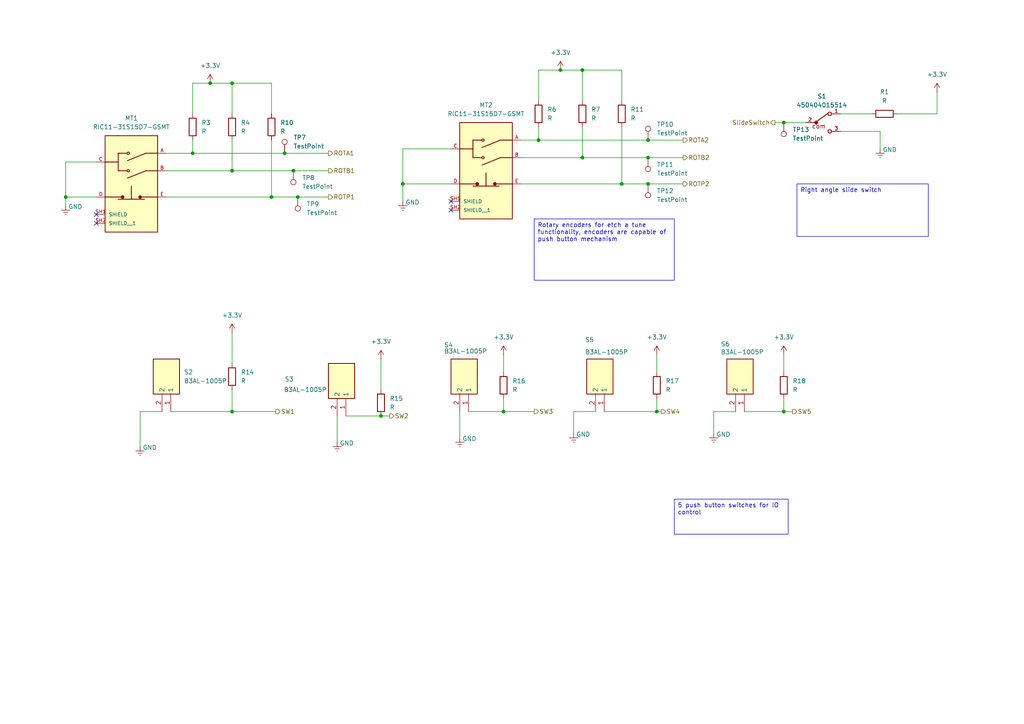
<source format=kicad_sch>
(kicad_sch
	(version 20250114)
	(generator "eeschema")
	(generator_version "9.0")
	(uuid "3b6bd53b-86c3-4c09-aa15-89fd41dbd3c1")
	(paper "A4")
	(lib_symbols
		(symbol "450404015514:450404015514"
			(pin_names
				(offset 1.016)
			)
			(exclude_from_sim no)
			(in_bom yes)
			(on_board yes)
			(property "Reference" "S"
				(at 2.14 4.11 0)
				(effects
					(font
						(size 1.27 1.27)
					)
					(justify bottom)
				)
			)
			(property "Value" "450404015514"
				(at -2.41 -5.12 0)
				(effects
					(font
						(size 1.27 1.27)
					)
					(justify left bottom)
				)
			)
			(property "Footprint" "450404015514:450404015514"
				(at 0 0 0)
				(effects
					(font
						(size 1.27 1.27)
					)
					(justify bottom)
					(hide yes)
				)
			)
			(property "Datasheet" ""
				(at 0 0 0)
				(effects
					(font
						(size 1.27 1.27)
					)
					(hide yes)
				)
			)
			(property "Description" ""
				(at 0 0 0)
				(effects
					(font
						(size 1.27 1.27)
					)
					(hide yes)
				)
			)
			(symbol "450404015514_0_0"
				(polyline
					(pts
						(xy -2.032 -0.508) (xy -2.54 0) (xy -2.032 0.508) (xy -1.524 0) (xy -2.032 -0.508)
					)
					(stroke
						(width 0.254)
						(type default)
					)
					(fill
						(type outline)
					)
				)
				(polyline
					(pts
						(xy -1.646 0.5) (xy 1.4 2.7)
					)
					(stroke
						(width 0.254)
						(type default)
					)
					(fill
						(type none)
					)
				)
				(circle
					(center 1.905 2.54)
					(radius 0.508)
					(stroke
						(width 0.254)
						(type default)
					)
					(fill
						(type none)
					)
				)
				(circle
					(center 1.905 -2.54)
					(radius 0.508)
					(stroke
						(width 0.254)
						(type default)
					)
					(fill
						(type none)
					)
				)
				(text "com"
					(at -3.3 -1.8 0)
					(effects
						(font
							(size 1.27 1.27)
						)
						(justify left bottom)
					)
				)
				(pin passive line
					(at -5.08 0 0)
					(length 2.54)
					(name "~"
						(effects
							(font
								(size 1.016 1.016)
							)
						)
					)
					(number "2"
						(effects
							(font
								(size 1.016 1.016)
							)
						)
					)
				)
				(pin passive line
					(at 5.08 2.54 180)
					(length 2.54)
					(name "~"
						(effects
							(font
								(size 1.016 1.016)
							)
						)
					)
					(number "1"
						(effects
							(font
								(size 1.016 1.016)
							)
						)
					)
				)
				(pin passive line
					(at 5.08 -2.54 180)
					(length 2.54)
					(name "~"
						(effects
							(font
								(size 1.016 1.016)
							)
						)
					)
					(number "3"
						(effects
							(font
								(size 1.016 1.016)
							)
						)
					)
				)
			)
			(embedded_fonts no)
		)
		(symbol "B3AL-1005P:B3AL-1005P"
			(exclude_from_sim no)
			(in_bom yes)
			(on_board yes)
			(property "Reference" "S"
				(at 16.51 7.62 0)
				(effects
					(font
						(size 1.27 1.27)
					)
					(justify left top)
				)
			)
			(property "Value" "B3AL-1005P"
				(at 16.51 5.08 0)
				(effects
					(font
						(size 1.27 1.27)
					)
					(justify left top)
				)
			)
			(property "Footprint" "B3AL1005P"
				(at 16.51 -94.92 0)
				(effects
					(font
						(size 1.27 1.27)
					)
					(justify left top)
					(hide yes)
				)
			)
			(property "Datasheet" "https://componentsearchengine.com/Datasheets/2/B3AL-1005P.pdf"
				(at 16.51 -194.92 0)
				(effects
					(font
						(size 1.27 1.27)
					)
					(justify left top)
					(hide yes)
				)
			)
			(property "Description" "Tactile Switches 4.50N OF Long Stroke Pink Button"
				(at 0 0 0)
				(effects
					(font
						(size 1.27 1.27)
					)
					(hide yes)
				)
			)
			(property "Height" "5.4"
				(at 16.51 -394.92 0)
				(effects
					(font
						(size 1.27 1.27)
					)
					(justify left top)
					(hide yes)
				)
			)
			(property "Mouser Part Number" "653-B3AL-1005P"
				(at 16.51 -494.92 0)
				(effects
					(font
						(size 1.27 1.27)
					)
					(justify left top)
					(hide yes)
				)
			)
			(property "Mouser Price/Stock" "https://www.mouser.co.uk/ProductDetail/Omron-Electronics/B3AL-1005P?qs=HXFqYaX1Q2za%252BDzKC8o59w%3D%3D"
				(at 16.51 -594.92 0)
				(effects
					(font
						(size 1.27 1.27)
					)
					(justify left top)
					(hide yes)
				)
			)
			(property "Manufacturer_Name" "OMRON Electronics"
				(at 16.51 -694.92 0)
				(effects
					(font
						(size 1.27 1.27)
					)
					(justify left top)
					(hide yes)
				)
			)
			(property "Manufacturer_Part_Number" "B3AL-1005P"
				(at 16.51 -794.92 0)
				(effects
					(font
						(size 1.27 1.27)
					)
					(justify left top)
					(hide yes)
				)
			)
			(symbol "B3AL-1005P_1_1"
				(rectangle
					(start 5.08 2.54)
					(end 15.24 -5.08)
					(stroke
						(width 0.254)
						(type default)
					)
					(fill
						(type background)
					)
				)
				(pin passive line
					(at 0 0 0)
					(length 5.08)
					(name "2"
						(effects
							(font
								(size 1.27 1.27)
							)
						)
					)
					(number "2"
						(effects
							(font
								(size 1.27 1.27)
							)
						)
					)
				)
				(pin passive line
					(at 0 -2.54 0)
					(length 5.08)
					(name "1"
						(effects
							(font
								(size 1.27 1.27)
							)
						)
					)
					(number "1"
						(effects
							(font
								(size 1.27 1.27)
							)
						)
					)
				)
			)
			(embedded_fonts no)
		)
		(symbol "Connector:TestPoint"
			(pin_numbers
				(hide yes)
			)
			(pin_names
				(offset 0.762)
				(hide yes)
			)
			(exclude_from_sim no)
			(in_bom yes)
			(on_board yes)
			(property "Reference" "TP"
				(at 0 6.858 0)
				(effects
					(font
						(size 1.27 1.27)
					)
				)
			)
			(property "Value" "TestPoint"
				(at 0 5.08 0)
				(effects
					(font
						(size 1.27 1.27)
					)
				)
			)
			(property "Footprint" ""
				(at 5.08 0 0)
				(effects
					(font
						(size 1.27 1.27)
					)
					(hide yes)
				)
			)
			(property "Datasheet" "~"
				(at 5.08 0 0)
				(effects
					(font
						(size 1.27 1.27)
					)
					(hide yes)
				)
			)
			(property "Description" "test point"
				(at 0 0 0)
				(effects
					(font
						(size 1.27 1.27)
					)
					(hide yes)
				)
			)
			(property "ki_keywords" "test point tp"
				(at 0 0 0)
				(effects
					(font
						(size 1.27 1.27)
					)
					(hide yes)
				)
			)
			(property "ki_fp_filters" "Pin* Test*"
				(at 0 0 0)
				(effects
					(font
						(size 1.27 1.27)
					)
					(hide yes)
				)
			)
			(symbol "TestPoint_0_1"
				(circle
					(center 0 3.302)
					(radius 0.762)
					(stroke
						(width 0)
						(type default)
					)
					(fill
						(type none)
					)
				)
			)
			(symbol "TestPoint_1_1"
				(pin passive line
					(at 0 0 90)
					(length 2.54)
					(name "1"
						(effects
							(font
								(size 1.27 1.27)
							)
						)
					)
					(number "1"
						(effects
							(font
								(size 1.27 1.27)
							)
						)
					)
				)
			)
			(embedded_fonts no)
		)
		(symbol "Device:R"
			(pin_numbers
				(hide yes)
			)
			(pin_names
				(offset 0)
			)
			(exclude_from_sim no)
			(in_bom yes)
			(on_board yes)
			(property "Reference" "R"
				(at 2.032 0 90)
				(effects
					(font
						(size 1.27 1.27)
					)
				)
			)
			(property "Value" "R"
				(at 0 0 90)
				(effects
					(font
						(size 1.27 1.27)
					)
				)
			)
			(property "Footprint" ""
				(at -1.778 0 90)
				(effects
					(font
						(size 1.27 1.27)
					)
					(hide yes)
				)
			)
			(property "Datasheet" "~"
				(at 0 0 0)
				(effects
					(font
						(size 1.27 1.27)
					)
					(hide yes)
				)
			)
			(property "Description" "Resistor"
				(at 0 0 0)
				(effects
					(font
						(size 1.27 1.27)
					)
					(hide yes)
				)
			)
			(property "ki_keywords" "R res resistor"
				(at 0 0 0)
				(effects
					(font
						(size 1.27 1.27)
					)
					(hide yes)
				)
			)
			(property "ki_fp_filters" "R_*"
				(at 0 0 0)
				(effects
					(font
						(size 1.27 1.27)
					)
					(hide yes)
				)
			)
			(symbol "R_0_1"
				(rectangle
					(start -1.016 -2.54)
					(end 1.016 2.54)
					(stroke
						(width 0.254)
						(type default)
					)
					(fill
						(type none)
					)
				)
			)
			(symbol "R_1_1"
				(pin passive line
					(at 0 3.81 270)
					(length 1.27)
					(name "~"
						(effects
							(font
								(size 1.27 1.27)
							)
						)
					)
					(number "1"
						(effects
							(font
								(size 1.27 1.27)
							)
						)
					)
				)
				(pin passive line
					(at 0 -3.81 90)
					(length 1.27)
					(name "~"
						(effects
							(font
								(size 1.27 1.27)
							)
						)
					)
					(number "2"
						(effects
							(font
								(size 1.27 1.27)
							)
						)
					)
				)
			)
			(embedded_fonts no)
		)
		(symbol "RIC11-31S15D7-GSMT:RIC11-31S15D7-GSMT"
			(pin_names
				(offset 1.016)
			)
			(exclude_from_sim no)
			(in_bom yes)
			(on_board yes)
			(property "Reference" "MT"
				(at -7.62 13.335 0)
				(effects
					(font
						(size 1.27 1.27)
					)
					(justify left bottom)
				)
			)
			(property "Value" "RIC11-31S15D7-GSMT"
				(at -7.62 -17.78 0)
				(effects
					(font
						(size 1.27 1.27)
					)
					(justify left bottom)
				)
			)
			(property "Footprint" "RIC11-31S15D7-GSMT:XDCR_RIC11-31S15D7-GSMT"
				(at 0 0 0)
				(effects
					(font
						(size 1.27 1.27)
					)
					(justify bottom)
					(hide yes)
				)
			)
			(property "Datasheet" ""
				(at 0 0 0)
				(effects
					(font
						(size 1.27 1.27)
					)
					(hide yes)
				)
			)
			(property "Description" ""
				(at 0 0 0)
				(effects
					(font
						(size 1.27 1.27)
					)
					(hide yes)
				)
			)
			(property "PARTREV" "1.01"
				(at 0 0 0)
				(effects
					(font
						(size 1.27 1.27)
					)
					(justify bottom)
					(hide yes)
				)
			)
			(property "MANUFACTURER" "Same Sky"
				(at 0 0 0)
				(effects
					(font
						(size 1.27 1.27)
					)
					(justify bottom)
					(hide yes)
				)
			)
			(property "MAXIMUM_PACKAGE_HEIGHT" "14.8mm"
				(at 0 0 0)
				(effects
					(font
						(size 1.27 1.27)
					)
					(justify bottom)
					(hide yes)
				)
			)
			(property "STANDARD" "Manufacturer Recommendations"
				(at 0 0 0)
				(effects
					(font
						(size 1.27 1.27)
					)
					(justify bottom)
					(hide yes)
				)
			)
			(symbol "RIC11-31S15D7-GSMT_0_0"
				(polyline
					(pts
						(xy -7.62 5.08) (xy -3.81 5.08)
					)
					(stroke
						(width 0.254)
						(type default)
					)
					(fill
						(type none)
					)
				)
				(polyline
					(pts
						(xy -7.62 -5.08) (xy -2.54 -5.08)
					)
					(stroke
						(width 0.254)
						(type default)
					)
					(fill
						(type none)
					)
				)
				(rectangle
					(start -7.62 -15.24)
					(end 7.62 12.7)
					(stroke
						(width 0.254)
						(type default)
					)
					(fill
						(type background)
					)
				)
				(polyline
					(pts
						(xy -3.81 2.54) (xy -3.81 7.62)
					)
					(stroke
						(width 0.254)
						(type default)
					)
					(fill
						(type none)
					)
				)
				(polyline
					(pts
						(xy -3.81 -5.715) (xy 0 -5.715)
					)
					(stroke
						(width 0.254)
						(type default)
					)
					(fill
						(type none)
					)
				)
				(circle
					(center -2.54 -5.08)
					(radius 0.254)
					(stroke
						(width 0.508)
						(type default)
					)
					(fill
						(type none)
					)
				)
				(polyline
					(pts
						(xy -1.27 7.62) (xy -3.81 7.62)
					)
					(stroke
						(width 0.254)
						(type default)
					)
					(fill
						(type none)
					)
				)
				(polyline
					(pts
						(xy -1.27 2.54) (xy -3.81 2.54)
					)
					(stroke
						(width 0.254)
						(type default)
					)
					(fill
						(type none)
					)
				)
				(circle
					(center -0.889 7.62)
					(radius 0.3302)
					(stroke
						(width 0.254)
						(type default)
					)
					(fill
						(type none)
					)
				)
				(circle
					(center -0.889 2.54)
					(radius 0.3302)
					(stroke
						(width 0.254)
						(type default)
					)
					(fill
						(type none)
					)
				)
				(polyline
					(pts
						(xy 0 -5.715) (xy 0 -1.905)
					)
					(stroke
						(width 0.254)
						(type default)
					)
					(fill
						(type none)
					)
				)
				(polyline
					(pts
						(xy 0 -5.715) (xy 3.81 -5.715)
					)
					(stroke
						(width 0.254)
						(type default)
					)
					(fill
						(type none)
					)
				)
				(polyline
					(pts
						(xy 2.54 -5.08) (xy 7.62 -5.08)
					)
					(stroke
						(width 0.254)
						(type default)
					)
					(fill
						(type none)
					)
				)
				(circle
					(center 2.54 -5.08)
					(radius 0.254)
					(stroke
						(width 0.508)
						(type default)
					)
					(fill
						(type none)
					)
				)
				(polyline
					(pts
						(xy 4.191 7.62) (xy -1.143 5.4864)
					)
					(stroke
						(width 0.254)
						(type default)
					)
					(fill
						(type none)
					)
				)
				(polyline
					(pts
						(xy 4.191 2.54) (xy -1.143 0.4064)
					)
					(stroke
						(width 0.254)
						(type default)
					)
					(fill
						(type none)
					)
				)
				(polyline
					(pts
						(xy 7.62 7.62) (xy 4.191 7.62)
					)
					(stroke
						(width 0.254)
						(type default)
					)
					(fill
						(type none)
					)
				)
				(polyline
					(pts
						(xy 7.62 2.54) (xy 4.191 2.54)
					)
					(stroke
						(width 0.254)
						(type default)
					)
					(fill
						(type none)
					)
				)
				(pin passive line
					(at -10.16 5.08 0)
					(length 2.54)
					(name "~"
						(effects
							(font
								(size 1.016 1.016)
							)
						)
					)
					(number "C"
						(effects
							(font
								(size 1.016 1.016)
							)
						)
					)
				)
				(pin passive line
					(at -10.16 -5.08 0)
					(length 2.54)
					(name "~"
						(effects
							(font
								(size 1.016 1.016)
							)
						)
					)
					(number "D"
						(effects
							(font
								(size 1.016 1.016)
							)
						)
					)
				)
				(pin passive line
					(at -10.16 -10.16 0)
					(length 2.54)
					(name "SHIELD"
						(effects
							(font
								(size 1.016 1.016)
							)
						)
					)
					(number "SH1"
						(effects
							(font
								(size 1.016 1.016)
							)
						)
					)
				)
				(pin passive line
					(at -10.16 -12.7 0)
					(length 2.54)
					(name "SHIELD__1"
						(effects
							(font
								(size 1.016 1.016)
							)
						)
					)
					(number "SH2"
						(effects
							(font
								(size 1.016 1.016)
							)
						)
					)
				)
				(pin passive line
					(at 10.16 7.62 180)
					(length 2.54)
					(name "~"
						(effects
							(font
								(size 1.016 1.016)
							)
						)
					)
					(number "A"
						(effects
							(font
								(size 1.016 1.016)
							)
						)
					)
				)
				(pin passive line
					(at 10.16 2.54 180)
					(length 2.54)
					(name "~"
						(effects
							(font
								(size 1.016 1.016)
							)
						)
					)
					(number "B"
						(effects
							(font
								(size 1.016 1.016)
							)
						)
					)
				)
				(pin passive line
					(at 10.16 -5.08 180)
					(length 2.54)
					(name "~"
						(effects
							(font
								(size 1.016 1.016)
							)
						)
					)
					(number "E"
						(effects
							(font
								(size 1.016 1.016)
							)
						)
					)
				)
			)
			(embedded_fonts no)
		)
		(symbol "power:+3.3V"
			(power)
			(pin_numbers
				(hide yes)
			)
			(pin_names
				(offset 0)
				(hide yes)
			)
			(exclude_from_sim no)
			(in_bom yes)
			(on_board yes)
			(property "Reference" "#PWR"
				(at 0 -3.81 0)
				(effects
					(font
						(size 1.27 1.27)
					)
					(hide yes)
				)
			)
			(property "Value" "+3.3V"
				(at 0 3.556 0)
				(effects
					(font
						(size 1.27 1.27)
					)
				)
			)
			(property "Footprint" ""
				(at 0 0 0)
				(effects
					(font
						(size 1.27 1.27)
					)
					(hide yes)
				)
			)
			(property "Datasheet" ""
				(at 0 0 0)
				(effects
					(font
						(size 1.27 1.27)
					)
					(hide yes)
				)
			)
			(property "Description" "Power symbol creates a global label with name \"+3.3V\""
				(at 0 0 0)
				(effects
					(font
						(size 1.27 1.27)
					)
					(hide yes)
				)
			)
			(property "ki_keywords" "global power"
				(at 0 0 0)
				(effects
					(font
						(size 1.27 1.27)
					)
					(hide yes)
				)
			)
			(symbol "+3.3V_0_1"
				(polyline
					(pts
						(xy -0.762 1.27) (xy 0 2.54)
					)
					(stroke
						(width 0)
						(type default)
					)
					(fill
						(type none)
					)
				)
				(polyline
					(pts
						(xy 0 2.54) (xy 0.762 1.27)
					)
					(stroke
						(width 0)
						(type default)
					)
					(fill
						(type none)
					)
				)
				(polyline
					(pts
						(xy 0 0) (xy 0 2.54)
					)
					(stroke
						(width 0)
						(type default)
					)
					(fill
						(type none)
					)
				)
			)
			(symbol "+3.3V_1_1"
				(pin power_in line
					(at 0 0 90)
					(length 0)
					(name "~"
						(effects
							(font
								(size 1.27 1.27)
							)
						)
					)
					(number "1"
						(effects
							(font
								(size 1.27 1.27)
							)
						)
					)
				)
			)
			(embedded_fonts no)
		)
		(symbol "power:Earth"
			(power)
			(pin_numbers
				(hide yes)
			)
			(pin_names
				(offset 0)
				(hide yes)
			)
			(exclude_from_sim no)
			(in_bom yes)
			(on_board yes)
			(property "Reference" "#PWR"
				(at 0 -6.35 0)
				(effects
					(font
						(size 1.27 1.27)
					)
					(hide yes)
				)
			)
			(property "Value" "Earth"
				(at 0 -3.81 0)
				(effects
					(font
						(size 1.27 1.27)
					)
				)
			)
			(property "Footprint" ""
				(at 0 0 0)
				(effects
					(font
						(size 1.27 1.27)
					)
					(hide yes)
				)
			)
			(property "Datasheet" "~"
				(at 0 0 0)
				(effects
					(font
						(size 1.27 1.27)
					)
					(hide yes)
				)
			)
			(property "Description" "Power symbol creates a global label with name \"Earth\""
				(at 0 0 0)
				(effects
					(font
						(size 1.27 1.27)
					)
					(hide yes)
				)
			)
			(property "ki_keywords" "global ground gnd"
				(at 0 0 0)
				(effects
					(font
						(size 1.27 1.27)
					)
					(hide yes)
				)
			)
			(symbol "Earth_0_1"
				(polyline
					(pts
						(xy -0.635 -1.905) (xy 0.635 -1.905)
					)
					(stroke
						(width 0)
						(type default)
					)
					(fill
						(type none)
					)
				)
				(polyline
					(pts
						(xy -0.127 -2.54) (xy 0.127 -2.54)
					)
					(stroke
						(width 0)
						(type default)
					)
					(fill
						(type none)
					)
				)
				(polyline
					(pts
						(xy 0 -1.27) (xy 0 0)
					)
					(stroke
						(width 0)
						(type default)
					)
					(fill
						(type none)
					)
				)
				(polyline
					(pts
						(xy 1.27 -1.27) (xy -1.27 -1.27)
					)
					(stroke
						(width 0)
						(type default)
					)
					(fill
						(type none)
					)
				)
			)
			(symbol "Earth_1_1"
				(pin power_in line
					(at 0 0 270)
					(length 0)
					(name "~"
						(effects
							(font
								(size 1.27 1.27)
							)
						)
					)
					(number "1"
						(effects
							(font
								(size 1.27 1.27)
							)
						)
					)
				)
			)
			(embedded_fonts no)
		)
	)
	(text_box "Right angle slide switch"
		(exclude_from_sim no)
		(at 231.14 53.34 0)
		(size 38.1 15.24)
		(margins 0.9525 0.9525 0.9525 0.9525)
		(stroke
			(width 0)
			(type solid)
		)
		(fill
			(type none)
		)
		(effects
			(font
				(size 1.27 1.27)
			)
			(justify left top)
		)
		(uuid "018d6877-016a-4d10-a14d-522c212b1a2d")
	)
	(text_box "5 push button switches for IO control\n"
		(exclude_from_sim no)
		(at 195.58 144.78 0)
		(size 33.02 10.16)
		(margins 0.9525 0.9525 0.9525 0.9525)
		(stroke
			(width 0)
			(type solid)
		)
		(fill
			(type none)
		)
		(effects
			(font
				(size 1.27 1.27)
			)
			(justify left top)
		)
		(uuid "48a62da8-e7d9-4247-b493-5bdc54b7393a")
	)
	(text_box "Rotary encoders for etch a tune functionality, encoders are capable of push button mechanism\n"
		(exclude_from_sim no)
		(at 154.94 63.5 0)
		(size 40.64 17.78)
		(margins 0.9525 0.9525 0.9525 0.9525)
		(stroke
			(width 0)
			(type solid)
		)
		(fill
			(type none)
		)
		(effects
			(font
				(size 1.27 1.27)
			)
			(justify left top)
		)
		(uuid "58f41655-e6ba-4fc8-a3b4-8b2bad36332d")
	)
	(junction
		(at 19.05 57.15)
		(diameter 0)
		(color 0 0 0 0)
		(uuid "1cb5f5ea-a56f-4656-a569-2a05e60e6dfd")
	)
	(junction
		(at 162.56 20.32)
		(diameter 0)
		(color 0 0 0 0)
		(uuid "461a8548-14e7-483e-ba4d-fc513493a56a")
	)
	(junction
		(at 227.33 119.38)
		(diameter 0)
		(color 0 0 0 0)
		(uuid "4edad5ad-1330-43bd-944d-56b4cf4730b5")
	)
	(junction
		(at 146.05 119.38)
		(diameter 0)
		(color 0 0 0 0)
		(uuid "5453389d-6400-4f7b-9d6f-1e9514b13f6b")
	)
	(junction
		(at 187.96 40.64)
		(diameter 0)
		(color 0 0 0 0)
		(uuid "68941c0a-0ced-451a-92eb-6db6ba63aed8")
	)
	(junction
		(at 156.21 40.64)
		(diameter 0)
		(color 0 0 0 0)
		(uuid "6ae2f4d7-e648-4f17-af48-a75cb787af65")
	)
	(junction
		(at 168.91 45.72)
		(diameter 0)
		(color 0 0 0 0)
		(uuid "873e36d2-e393-4eb5-bb12-8696a84c7008")
	)
	(junction
		(at 110.49 120.65)
		(diameter 0)
		(color 0 0 0 0)
		(uuid "8dc31a74-b4e4-4eb4-84e2-e0f02b24a945")
	)
	(junction
		(at 180.34 53.34)
		(diameter 0)
		(color 0 0 0 0)
		(uuid "a235a809-44c6-47a8-ba2d-3b762f0621fe")
	)
	(junction
		(at 187.96 45.72)
		(diameter 0)
		(color 0 0 0 0)
		(uuid "a85f2ca9-692a-4717-b082-967b7d8280cf")
	)
	(junction
		(at 168.91 20.32)
		(diameter 0)
		(color 0 0 0 0)
		(uuid "ae43a922-49de-45ba-8656-f568964ecb24")
	)
	(junction
		(at 116.84 53.34)
		(diameter 0)
		(color 0 0 0 0)
		(uuid "b920559a-bdd5-4b25-b529-cbc12ee53764")
	)
	(junction
		(at 82.55 44.45)
		(diameter 0)
		(color 0 0 0 0)
		(uuid "c22cda6f-766d-425e-af1c-f4d39af807fe")
	)
	(junction
		(at 187.96 53.34)
		(diameter 0)
		(color 0 0 0 0)
		(uuid "c3630b83-3724-4c70-958a-fb23e1a8dd47")
	)
	(junction
		(at 67.31 119.38)
		(diameter 0)
		(color 0 0 0 0)
		(uuid "d095314d-92f8-4258-a6e4-dce2edec7102")
	)
	(junction
		(at 86.36 57.15)
		(diameter 0)
		(color 0 0 0 0)
		(uuid "e5955ccf-4bcd-444a-8484-db97a87ed34c")
	)
	(junction
		(at 67.31 24.13)
		(diameter 0)
		(color 0 0 0 0)
		(uuid "e62de59b-370c-4df7-bcf6-7cda4a25d0ed")
	)
	(junction
		(at 85.09 49.53)
		(diameter 0)
		(color 0 0 0 0)
		(uuid "e8a93270-de64-4705-860c-1f60112eaf22")
	)
	(junction
		(at 227.33 35.56)
		(diameter 0)
		(color 0 0 0 0)
		(uuid "ec1251be-10c1-476f-8567-3c1f693c22c3")
	)
	(junction
		(at 67.31 49.53)
		(diameter 0)
		(color 0 0 0 0)
		(uuid "ec8083d7-7e5b-4a38-9e94-dc4bf0b18e8d")
	)
	(junction
		(at 190.5 119.38)
		(diameter 0)
		(color 0 0 0 0)
		(uuid "f036a2f6-046a-4181-9ddc-9ac61202fcbc")
	)
	(junction
		(at 78.74 57.15)
		(diameter 0)
		(color 0 0 0 0)
		(uuid "fa6b1ec4-2269-44a4-b03e-662adc8bb6bf")
	)
	(junction
		(at 60.96 24.13)
		(diameter 0)
		(color 0 0 0 0)
		(uuid "fe64b360-08d4-471b-beb2-2614bd04a5f6")
	)
	(junction
		(at 55.88 44.45)
		(diameter 0)
		(color 0 0 0 0)
		(uuid "ff812cff-6f61-41b3-a921-c5f3d46d42f6")
	)
	(no_connect
		(at 27.94 62.23)
		(uuid "5ff33b9c-6c58-4c24-8020-1c09d27fdfac")
	)
	(no_connect
		(at 27.94 64.77)
		(uuid "c4a6210c-b70e-4c8f-a639-5b9a232d465d")
	)
	(no_connect
		(at 130.81 60.96)
		(uuid "d0590500-edae-4ba4-ad30-067637212997")
	)
	(no_connect
		(at 130.81 58.42)
		(uuid "faacbaac-03c3-4914-a2e8-b4b1ce66c452")
	)
	(wire
		(pts
			(xy 116.84 43.18) (xy 116.84 53.34)
		)
		(stroke
			(width 0)
			(type default)
		)
		(uuid "022269f6-2b5d-47a9-ab20-f6b5ae4379b8")
	)
	(wire
		(pts
			(xy 67.31 119.38) (xy 67.31 113.03)
		)
		(stroke
			(width 0)
			(type default)
		)
		(uuid "0224dbf7-a514-4468-af7b-65dd9b26e92a")
	)
	(wire
		(pts
			(xy 67.31 119.38) (xy 80.01 119.38)
		)
		(stroke
			(width 0)
			(type default)
		)
		(uuid "061aa334-a850-4992-b834-aa1732e773e0")
	)
	(wire
		(pts
			(xy 67.31 105.41) (xy 67.31 96.52)
		)
		(stroke
			(width 0)
			(type default)
		)
		(uuid "09eae935-30ea-4919-aac7-c63debee9894")
	)
	(wire
		(pts
			(xy 55.88 33.02) (xy 55.88 24.13)
		)
		(stroke
			(width 0)
			(type default)
		)
		(uuid "12c2d785-8080-435d-81d6-8673fffb5725")
	)
	(wire
		(pts
			(xy 48.26 57.15) (xy 78.74 57.15)
		)
		(stroke
			(width 0)
			(type default)
		)
		(uuid "13f3c0b5-6d0c-4589-959f-15262504a96e")
	)
	(wire
		(pts
			(xy 60.96 24.13) (xy 67.31 24.13)
		)
		(stroke
			(width 0)
			(type default)
		)
		(uuid "16a6d3ee-eb10-4b01-aafc-f272f0b2f533")
	)
	(wire
		(pts
			(xy 130.81 43.18) (xy 116.84 43.18)
		)
		(stroke
			(width 0)
			(type default)
		)
		(uuid "1afc5d0a-bece-4aa1-b754-acce6cc62947")
	)
	(wire
		(pts
			(xy 224.79 35.56) (xy 227.33 35.56)
		)
		(stroke
			(width 0)
			(type default)
		)
		(uuid "1f7ca42f-ea6a-4776-a585-e0031ff002d1")
	)
	(wire
		(pts
			(xy 213.36 119.38) (xy 207.01 119.38)
		)
		(stroke
			(width 0)
			(type default)
		)
		(uuid "1f81366f-63b0-4f88-90e0-66d49f6157d7")
	)
	(wire
		(pts
			(xy 198.12 45.72) (xy 187.96 45.72)
		)
		(stroke
			(width 0)
			(type default)
		)
		(uuid "206f92f1-6422-4722-85cf-48f42336c54f")
	)
	(wire
		(pts
			(xy 180.34 53.34) (xy 187.96 53.34)
		)
		(stroke
			(width 0)
			(type default)
		)
		(uuid "208a7d79-5a35-41e2-a458-bc6e0cfa36e1")
	)
	(wire
		(pts
			(xy 27.94 46.99) (xy 19.05 46.99)
		)
		(stroke
			(width 0)
			(type default)
		)
		(uuid "2925883d-0bc7-4dad-b1a8-20ea1a410953")
	)
	(wire
		(pts
			(xy 40.64 119.38) (xy 40.64 129.54)
		)
		(stroke
			(width 0)
			(type default)
		)
		(uuid "32b81a07-c9bd-44de-99e4-16346472ed89")
	)
	(wire
		(pts
			(xy 227.33 107.95) (xy 227.33 102.87)
		)
		(stroke
			(width 0)
			(type default)
		)
		(uuid "351d495a-74b9-403d-8f47-78556340b6f6")
	)
	(wire
		(pts
			(xy 67.31 40.64) (xy 67.31 49.53)
		)
		(stroke
			(width 0)
			(type default)
		)
		(uuid "39ee6b00-f1d7-46db-aaf0-764a599f969b")
	)
	(wire
		(pts
			(xy 198.12 40.64) (xy 187.96 40.64)
		)
		(stroke
			(width 0)
			(type default)
		)
		(uuid "42b754ff-5112-4fad-8a7d-2e315e2a90f1")
	)
	(wire
		(pts
			(xy 67.31 24.13) (xy 78.74 24.13)
		)
		(stroke
			(width 0)
			(type default)
		)
		(uuid "454d814d-a9f2-444f-bb20-424ade37e695")
	)
	(wire
		(pts
			(xy 48.26 44.45) (xy 55.88 44.45)
		)
		(stroke
			(width 0)
			(type default)
		)
		(uuid "50630e0d-e9d6-48b5-a896-6038c1bbec90")
	)
	(wire
		(pts
			(xy 67.31 24.13) (xy 67.31 33.02)
		)
		(stroke
			(width 0)
			(type default)
		)
		(uuid "51773e94-072f-4a71-a078-60205f9866ad")
	)
	(wire
		(pts
			(xy 116.84 53.34) (xy 116.84 58.42)
		)
		(stroke
			(width 0)
			(type default)
		)
		(uuid "5178c2c3-682e-448f-b150-9f22c71fcfbb")
	)
	(wire
		(pts
			(xy 67.31 49.53) (xy 85.09 49.53)
		)
		(stroke
			(width 0)
			(type default)
		)
		(uuid "5383cad6-e89a-4f9d-826c-45be915fb9b6")
	)
	(wire
		(pts
			(xy 46.99 119.38) (xy 40.64 119.38)
		)
		(stroke
			(width 0)
			(type default)
		)
		(uuid "53f677d3-2285-47a1-b5d9-92b6114fc90e")
	)
	(wire
		(pts
			(xy 168.91 36.83) (xy 168.91 45.72)
		)
		(stroke
			(width 0)
			(type default)
		)
		(uuid "549783d6-4dcc-4125-adb3-6f308fa1ef11")
	)
	(wire
		(pts
			(xy 78.74 33.02) (xy 78.74 24.13)
		)
		(stroke
			(width 0)
			(type default)
		)
		(uuid "55886d67-b964-4968-91d1-3412f4d24b3a")
	)
	(wire
		(pts
			(xy 166.37 119.38) (xy 166.37 125.73)
		)
		(stroke
			(width 0)
			(type default)
		)
		(uuid "5bb2d34d-e8b8-42f3-8597-cf808412fd67")
	)
	(wire
		(pts
			(xy 156.21 40.64) (xy 151.13 40.64)
		)
		(stroke
			(width 0)
			(type default)
		)
		(uuid "5d99208e-3d4f-4ba7-9e70-e365e1c09ccc")
	)
	(wire
		(pts
			(xy 130.81 53.34) (xy 116.84 53.34)
		)
		(stroke
			(width 0)
			(type default)
		)
		(uuid "64553c09-2d24-4101-96c3-6a942e92bdc6")
	)
	(wire
		(pts
			(xy 55.88 40.64) (xy 55.88 44.45)
		)
		(stroke
			(width 0)
			(type default)
		)
		(uuid "66732397-56f0-48b2-be7f-cc178d69b1d5")
	)
	(wire
		(pts
			(xy 271.78 26.67) (xy 271.78 33.02)
		)
		(stroke
			(width 0)
			(type default)
		)
		(uuid "68f963c7-b72f-4703-a165-296c34311a27")
	)
	(wire
		(pts
			(xy 82.55 44.45) (xy 95.25 44.45)
		)
		(stroke
			(width 0)
			(type default)
		)
		(uuid "6fd2e9d4-2c72-490a-972b-d54ac8815567")
	)
	(wire
		(pts
			(xy 156.21 36.83) (xy 156.21 40.64)
		)
		(stroke
			(width 0)
			(type default)
		)
		(uuid "70acba03-7027-4b7f-bf73-c220a5b4b48d")
	)
	(wire
		(pts
			(xy 190.5 107.95) (xy 190.5 102.87)
		)
		(stroke
			(width 0)
			(type default)
		)
		(uuid "71dd8b86-1c82-4191-afa3-89e6947606c0")
	)
	(wire
		(pts
			(xy 187.96 45.72) (xy 168.91 45.72)
		)
		(stroke
			(width 0)
			(type default)
		)
		(uuid "7917b80b-a2b3-45da-ac46-c8ad84c2b55b")
	)
	(wire
		(pts
			(xy 55.88 24.13) (xy 60.96 24.13)
		)
		(stroke
			(width 0)
			(type default)
		)
		(uuid "7b4686bd-58de-48ac-8721-f3ae8bf8fd91")
	)
	(wire
		(pts
			(xy 151.13 53.34) (xy 180.34 53.34)
		)
		(stroke
			(width 0)
			(type default)
		)
		(uuid "7c8f5dd4-4125-4f37-b909-abc49fd875e0")
	)
	(wire
		(pts
			(xy 78.74 57.15) (xy 86.36 57.15)
		)
		(stroke
			(width 0)
			(type default)
		)
		(uuid "7d53f8fb-82ac-4dc6-9352-856fc6274a20")
	)
	(wire
		(pts
			(xy 190.5 119.38) (xy 191.77 119.38)
		)
		(stroke
			(width 0)
			(type default)
		)
		(uuid "817c8075-82a5-4125-abe0-9012a400e516")
	)
	(wire
		(pts
			(xy 187.96 40.64) (xy 156.21 40.64)
		)
		(stroke
			(width 0)
			(type default)
		)
		(uuid "8445ac60-acd6-4b4d-8116-cdab8ac3d7c4")
	)
	(wire
		(pts
			(xy 260.35 33.02) (xy 271.78 33.02)
		)
		(stroke
			(width 0)
			(type default)
		)
		(uuid "86113896-4502-4b7a-bbef-169b1e0f170b")
	)
	(wire
		(pts
			(xy 48.26 49.53) (xy 67.31 49.53)
		)
		(stroke
			(width 0)
			(type default)
		)
		(uuid "888a9751-1a7d-447f-98af-f8297721765d")
	)
	(wire
		(pts
			(xy 255.27 38.1) (xy 255.27 43.18)
		)
		(stroke
			(width 0)
			(type default)
		)
		(uuid "8c2410a1-2bcf-4165-ad77-2ceec8b5c5e5")
	)
	(wire
		(pts
			(xy 19.05 46.99) (xy 19.05 57.15)
		)
		(stroke
			(width 0)
			(type default)
		)
		(uuid "8fb17e8e-1070-4b86-b3a1-ff42a450f66e")
	)
	(wire
		(pts
			(xy 180.34 20.32) (xy 168.91 20.32)
		)
		(stroke
			(width 0)
			(type default)
		)
		(uuid "942c756e-e342-4fc0-8f85-dbe91612ea3a")
	)
	(wire
		(pts
			(xy 156.21 29.21) (xy 156.21 20.32)
		)
		(stroke
			(width 0)
			(type default)
		)
		(uuid "964d70a2-562a-455c-9907-80868bb5a6c3")
	)
	(wire
		(pts
			(xy 78.74 40.64) (xy 78.74 57.15)
		)
		(stroke
			(width 0)
			(type default)
		)
		(uuid "98f371ce-da6b-49de-9f2e-b50656547ff2")
	)
	(wire
		(pts
			(xy 97.79 120.65) (xy 97.79 128.27)
		)
		(stroke
			(width 0)
			(type default)
		)
		(uuid "9914187b-0df7-4106-8eea-571769308e63")
	)
	(wire
		(pts
			(xy 175.26 119.38) (xy 190.5 119.38)
		)
		(stroke
			(width 0)
			(type default)
		)
		(uuid "9b28d7c7-2bc4-44f4-9c56-c13a44348ce6")
	)
	(wire
		(pts
			(xy 243.84 38.1) (xy 255.27 38.1)
		)
		(stroke
			(width 0)
			(type default)
		)
		(uuid "9b9cf591-4484-4ef9-919b-a7e044213764")
	)
	(wire
		(pts
			(xy 162.56 20.32) (xy 168.91 20.32)
		)
		(stroke
			(width 0)
			(type default)
		)
		(uuid "9cb81452-fd71-45f0-8aab-de14accbc887")
	)
	(wire
		(pts
			(xy 146.05 115.57) (xy 146.05 119.38)
		)
		(stroke
			(width 0)
			(type default)
		)
		(uuid "9d887279-9de6-4469-82f2-62cd4c025f33")
	)
	(wire
		(pts
			(xy 180.34 29.21) (xy 180.34 20.32)
		)
		(stroke
			(width 0)
			(type default)
		)
		(uuid "9de40e97-f591-48e1-b73a-adf46df09aea")
	)
	(wire
		(pts
			(xy 100.33 120.65) (xy 110.49 120.65)
		)
		(stroke
			(width 0)
			(type default)
		)
		(uuid "9e9823d7-2ba7-4535-982c-4e404d96ead5")
	)
	(wire
		(pts
			(xy 227.33 35.56) (xy 233.68 35.56)
		)
		(stroke
			(width 0)
			(type default)
		)
		(uuid "a2925483-2d6b-42a2-ab4c-e6b3f1fd0dba")
	)
	(wire
		(pts
			(xy 187.96 53.34) (xy 198.12 53.34)
		)
		(stroke
			(width 0)
			(type default)
		)
		(uuid "a33079d6-10b2-4f9e-8413-bebc6d80411e")
	)
	(wire
		(pts
			(xy 27.94 57.15) (xy 19.05 57.15)
		)
		(stroke
			(width 0)
			(type default)
		)
		(uuid "a6c9baa9-591a-49c8-aa3b-c0896d5d7643")
	)
	(wire
		(pts
			(xy 151.13 45.72) (xy 168.91 45.72)
		)
		(stroke
			(width 0)
			(type default)
		)
		(uuid "abbe6d2f-93f3-4f79-9fa9-431da08dfc7f")
	)
	(wire
		(pts
			(xy 168.91 20.32) (xy 168.91 29.21)
		)
		(stroke
			(width 0)
			(type default)
		)
		(uuid "b137cce1-7dba-4014-afd7-8f19c898c113")
	)
	(wire
		(pts
			(xy 227.33 119.38) (xy 229.87 119.38)
		)
		(stroke
			(width 0)
			(type default)
		)
		(uuid "b318a355-165a-4197-833f-b4639f16fd91")
	)
	(wire
		(pts
			(xy 215.9 119.38) (xy 227.33 119.38)
		)
		(stroke
			(width 0)
			(type default)
		)
		(uuid "b84427d5-e977-456c-ae0d-a78c56965353")
	)
	(wire
		(pts
			(xy 110.49 120.65) (xy 113.03 120.65)
		)
		(stroke
			(width 0)
			(type default)
		)
		(uuid "b84a6067-4511-492d-a746-ba2f70cb402b")
	)
	(wire
		(pts
			(xy 190.5 115.57) (xy 190.5 119.38)
		)
		(stroke
			(width 0)
			(type default)
		)
		(uuid "b880718d-b3df-4acd-b645-676013724ed0")
	)
	(wire
		(pts
			(xy 180.34 36.83) (xy 180.34 53.34)
		)
		(stroke
			(width 0)
			(type default)
		)
		(uuid "bd3aa8a8-4fb6-4eb3-ac67-3f554167771d")
	)
	(wire
		(pts
			(xy 146.05 107.95) (xy 146.05 102.87)
		)
		(stroke
			(width 0)
			(type default)
		)
		(uuid "c22e2010-e93c-43e8-9d46-efc5980eaef9")
	)
	(wire
		(pts
			(xy 85.09 49.53) (xy 95.25 49.53)
		)
		(stroke
			(width 0)
			(type default)
		)
		(uuid "c9246dc0-2ba1-462b-9dab-eea7cadc5173")
	)
	(wire
		(pts
			(xy 86.36 57.15) (xy 95.25 57.15)
		)
		(stroke
			(width 0)
			(type default)
		)
		(uuid "c99a71bb-05c6-4029-bd54-98a5abd86dea")
	)
	(wire
		(pts
			(xy 133.35 119.38) (xy 133.35 127)
		)
		(stroke
			(width 0)
			(type default)
		)
		(uuid "cff1cdd2-df92-4b8a-a867-87166dfa7fe1")
	)
	(wire
		(pts
			(xy 156.21 20.32) (xy 162.56 20.32)
		)
		(stroke
			(width 0)
			(type default)
		)
		(uuid "deb36884-b1c5-49db-bb84-1abd12d4618e")
	)
	(wire
		(pts
			(xy 172.72 119.38) (xy 166.37 119.38)
		)
		(stroke
			(width 0)
			(type default)
		)
		(uuid "dfb115a0-8460-43f1-8ec2-df58911c5973")
	)
	(wire
		(pts
			(xy 49.53 119.38) (xy 67.31 119.38)
		)
		(stroke
			(width 0)
			(type default)
		)
		(uuid "e49d3e4c-26c2-4bb5-88b1-30e3b7787c99")
	)
	(wire
		(pts
			(xy 207.01 119.38) (xy 207.01 125.73)
		)
		(stroke
			(width 0)
			(type default)
		)
		(uuid "e819a90d-dad5-46ed-bb77-3b62ba0adf0d")
	)
	(wire
		(pts
			(xy 227.33 115.57) (xy 227.33 119.38)
		)
		(stroke
			(width 0)
			(type default)
		)
		(uuid "ed3742e3-a3a1-4e82-9e98-3ec323d354ba")
	)
	(wire
		(pts
			(xy 146.05 119.38) (xy 154.94 119.38)
		)
		(stroke
			(width 0)
			(type default)
		)
		(uuid "eda43bc3-fb64-4049-8769-46afa99f78c9")
	)
	(wire
		(pts
			(xy 135.89 119.38) (xy 146.05 119.38)
		)
		(stroke
			(width 0)
			(type default)
		)
		(uuid "f2ad6ab4-5dad-48cf-accf-14afb731b8e3")
	)
	(wire
		(pts
			(xy 110.49 113.03) (xy 110.49 104.14)
		)
		(stroke
			(width 0)
			(type default)
		)
		(uuid "f7906b9f-0774-463a-968e-6778c55a4426")
	)
	(wire
		(pts
			(xy 19.05 57.15) (xy 19.05 59.69)
		)
		(stroke
			(width 0)
			(type default)
		)
		(uuid "fb2ddc84-5fb5-4c28-b79c-f3c46c37159d")
	)
	(wire
		(pts
			(xy 55.88 44.45) (xy 82.55 44.45)
		)
		(stroke
			(width 0)
			(type default)
		)
		(uuid "fd36aef1-428a-4f30-91ff-c41a3932b218")
	)
	(wire
		(pts
			(xy 243.84 33.02) (xy 252.73 33.02)
		)
		(stroke
			(width 0)
			(type default)
		)
		(uuid "ff139d60-9d98-4288-9d72-fe27e21122e0")
	)
	(hierarchical_label "ROTA2"
		(shape output)
		(at 198.12 40.64 0)
		(effects
			(font
				(size 1.27 1.27)
			)
			(justify left)
		)
		(uuid "18880634-d733-4fd6-97d0-df7c8db3a675")
	)
	(hierarchical_label "ROTB2"
		(shape output)
		(at 198.12 45.72 0)
		(effects
			(font
				(size 1.27 1.27)
			)
			(justify left)
		)
		(uuid "1b47a48a-57e6-4c90-b8d2-e36c16c5f9f2")
	)
	(hierarchical_label "SlideSwitch"
		(shape output)
		(at 224.79 35.56 180)
		(effects
			(font
				(size 1.27 1.27)
			)
			(justify right)
		)
		(uuid "1f837192-06d6-40c9-b733-ecb9094d7daf")
	)
	(hierarchical_label "SW4"
		(shape output)
		(at 191.77 119.38 0)
		(effects
			(font
				(size 1.27 1.27)
			)
			(justify left)
		)
		(uuid "4e90a8b9-70dd-4daa-a486-05bf8205a4b6")
	)
	(hierarchical_label "SW3"
		(shape output)
		(at 154.94 119.38 0)
		(effects
			(font
				(size 1.27 1.27)
			)
			(justify left)
		)
		(uuid "55d1565f-d2ad-450c-95fb-bee2d6397a0b")
	)
	(hierarchical_label "ROTP1"
		(shape output)
		(at 95.25 57.15 0)
		(effects
			(font
				(size 1.27 1.27)
			)
			(justify left)
		)
		(uuid "743ad8e2-b6e9-41c9-b9bb-3bfb067c6303")
	)
	(hierarchical_label "SW2"
		(shape output)
		(at 113.03 120.65 0)
		(effects
			(font
				(size 1.27 1.27)
			)
			(justify left)
		)
		(uuid "7ac0e7aa-65e2-4b3c-973f-d822d09e988c")
	)
	(hierarchical_label "ROTB1"
		(shape output)
		(at 95.25 49.53 0)
		(effects
			(font
				(size 1.27 1.27)
			)
			(justify left)
		)
		(uuid "9c1bc153-14f8-4b1f-b815-9e6792b77606")
	)
	(hierarchical_label "ROTA1"
		(shape output)
		(at 95.25 44.45 0)
		(effects
			(font
				(size 1.27 1.27)
			)
			(justify left)
		)
		(uuid "a9a2b09f-f638-4b58-a0e5-d9205ac46d4a")
	)
	(hierarchical_label "SW5"
		(shape output)
		(at 229.87 119.38 0)
		(effects
			(font
				(size 1.27 1.27)
			)
			(justify left)
		)
		(uuid "ab838517-5bb1-4d82-91e2-0b5440e7f8f3")
	)
	(hierarchical_label "ROTP2"
		(shape output)
		(at 198.12 53.34 0)
		(effects
			(font
				(size 1.27 1.27)
			)
			(justify left)
		)
		(uuid "b7c603f9-84ab-4120-b1e7-df5f0ca9ccc4")
	)
	(hierarchical_label "SW1"
		(shape output)
		(at 80.01 119.38 0)
		(effects
			(font
				(size 1.27 1.27)
			)
			(justify left)
		)
		(uuid "e3649a65-a752-4f79-80f9-82110cde6d01")
	)
	(symbol
		(lib_id "Device:R")
		(at 190.5 111.76 0)
		(unit 1)
		(exclude_from_sim no)
		(in_bom yes)
		(on_board yes)
		(dnp no)
		(fields_autoplaced yes)
		(uuid "04578d85-337a-4852-8112-ac2700b8bb30")
		(property "Reference" "R17"
			(at 193.04 110.4899 0)
			(effects
				(font
					(size 1.27 1.27)
				)
				(justify left)
			)
		)
		(property "Value" "R"
			(at 193.04 113.0299 0)
			(effects
				(font
					(size 1.27 1.27)
				)
				(justify left)
			)
		)
		(property "Footprint" ""
			(at 188.722 111.76 90)
			(effects
				(font
					(size 1.27 1.27)
				)
				(hide yes)
			)
		)
		(property "Datasheet" "~"
			(at 190.5 111.76 0)
			(effects
				(font
					(size 1.27 1.27)
				)
				(hide yes)
			)
		)
		(property "Description" "Resistor"
			(at 190.5 111.76 0)
			(effects
				(font
					(size 1.27 1.27)
				)
				(hide yes)
			)
		)
		(pin "1"
			(uuid "f15edabb-6273-4705-9e7e-d01ae4237e63")
		)
		(pin "2"
			(uuid "f7b98925-4e62-43aa-9431-065eb445f49f")
		)
		(instances
			(project "Etch_A_Tune"
				(path "/b4cdadf2-c4fe-48fe-ba6a-e15d1cad03b2/85ce9e3c-81ec-4c89-ba57-7d8ff70f58fc"
					(reference "R17")
					(unit 1)
				)
			)
		)
	)
	(symbol
		(lib_id "Device:R")
		(at 156.21 33.02 0)
		(unit 1)
		(exclude_from_sim no)
		(in_bom yes)
		(on_board yes)
		(dnp no)
		(fields_autoplaced yes)
		(uuid "0c4c4dbe-8bee-486b-8c19-b9a5a607f8ab")
		(property "Reference" "R6"
			(at 158.75 31.7499 0)
			(effects
				(font
					(size 1.27 1.27)
				)
				(justify left)
			)
		)
		(property "Value" "R"
			(at 158.75 34.2899 0)
			(effects
				(font
					(size 1.27 1.27)
				)
				(justify left)
			)
		)
		(property "Footprint" ""
			(at 154.432 33.02 90)
			(effects
				(font
					(size 1.27 1.27)
				)
				(hide yes)
			)
		)
		(property "Datasheet" "~"
			(at 156.21 33.02 0)
			(effects
				(font
					(size 1.27 1.27)
				)
				(hide yes)
			)
		)
		(property "Description" "Resistor"
			(at 156.21 33.02 0)
			(effects
				(font
					(size 1.27 1.27)
				)
				(hide yes)
			)
		)
		(pin "1"
			(uuid "91340e81-3d5f-4a50-ae6a-6eeb803b043a")
		)
		(pin "2"
			(uuid "f360d616-0fd3-4d0d-a683-034de423f475")
		)
		(instances
			(project "Etch_A_Tune"
				(path "/b4cdadf2-c4fe-48fe-ba6a-e15d1cad03b2/85ce9e3c-81ec-4c89-ba57-7d8ff70f58fc"
					(reference "R6")
					(unit 1)
				)
			)
		)
	)
	(symbol
		(lib_id "450404015514:450404015514")
		(at 238.76 35.56 0)
		(unit 1)
		(exclude_from_sim no)
		(in_bom yes)
		(on_board yes)
		(dnp no)
		(fields_autoplaced yes)
		(uuid "15b65df3-8ad0-4904-96bb-dd1e36359fda")
		(property "Reference" "S1"
			(at 238.38 27.94 0)
			(effects
				(font
					(size 1.27 1.27)
				)
			)
		)
		(property "Value" "450404015514"
			(at 238.38 30.48 0)
			(effects
				(font
					(size 1.27 1.27)
				)
			)
		)
		(property "Footprint" "BQ25170DSGR:450404015514"
			(at 238.76 35.56 0)
			(effects
				(font
					(size 1.27 1.27)
				)
				(justify bottom)
				(hide yes)
			)
		)
		(property "Datasheet" ""
			(at 238.76 35.56 0)
			(effects
				(font
					(size 1.27 1.27)
				)
				(hide yes)
			)
		)
		(property "Description" ""
			(at 238.76 35.56 0)
			(effects
				(font
					(size 1.27 1.27)
				)
				(hide yes)
			)
		)
		(pin "3"
			(uuid "c28e4522-4c14-4010-aeff-59dd7e2a144f")
		)
		(pin "1"
			(uuid "0383ed10-b055-4cef-8634-eb36b6955dc5")
		)
		(pin "2"
			(uuid "47654ac5-39b8-462e-9d3f-194e701d9535")
		)
		(instances
			(project "Etch_A_Tune"
				(path "/b4cdadf2-c4fe-48fe-ba6a-e15d1cad03b2/85ce9e3c-81ec-4c89-ba57-7d8ff70f58fc"
					(reference "S1")
					(unit 1)
				)
			)
		)
	)
	(symbol
		(lib_id "power:Earth")
		(at 255.27 43.18 0)
		(unit 1)
		(exclude_from_sim no)
		(in_bom yes)
		(on_board yes)
		(dnp no)
		(uuid "191bf38c-0cc6-4c9f-8e70-f494cb2a95f9")
		(property "Reference" "#PWR05"
			(at 255.27 49.53 0)
			(effects
				(font
					(size 1.27 1.27)
				)
				(hide yes)
			)
		)
		(property "Value" "GND"
			(at 258.064 43.434 0)
			(effects
				(font
					(size 1.27 1.27)
				)
			)
		)
		(property "Footprint" ""
			(at 255.27 43.18 0)
			(effects
				(font
					(size 1.27 1.27)
				)
				(hide yes)
			)
		)
		(property "Datasheet" "~"
			(at 255.27 43.18 0)
			(effects
				(font
					(size 1.27 1.27)
				)
				(hide yes)
			)
		)
		(property "Description" "Power symbol creates a global label with name \"Earth\""
			(at 255.27 43.18 0)
			(effects
				(font
					(size 1.27 1.27)
				)
				(hide yes)
			)
		)
		(pin "1"
			(uuid "7dd7d335-4ebe-4e57-a150-2eeffab5f791")
		)
		(instances
			(project "Etch_A_Tune"
				(path "/b4cdadf2-c4fe-48fe-ba6a-e15d1cad03b2/85ce9e3c-81ec-4c89-ba57-7d8ff70f58fc"
					(reference "#PWR05")
					(unit 1)
				)
			)
		)
	)
	(symbol
		(lib_id "B3AL-1005P:B3AL-1005P")
		(at 213.36 119.38 90)
		(unit 1)
		(exclude_from_sim no)
		(in_bom yes)
		(on_board yes)
		(dnp no)
		(uuid "1dc62c64-90d1-4552-9195-32b535ccc70d")
		(property "Reference" "S6"
			(at 209.042 99.822 90)
			(effects
				(font
					(size 1.27 1.27)
				)
				(justify right)
			)
		)
		(property "Value" "B3AL-1005P"
			(at 209.042 102.108 90)
			(effects
				(font
					(size 1.27 1.27)
				)
				(justify right)
			)
		)
		(property "Footprint" "BQ25170DSGR:B3AL1005P"
			(at 308.28 102.87 0)
			(effects
				(font
					(size 1.27 1.27)
				)
				(justify left top)
				(hide yes)
			)
		)
		(property "Datasheet" "https://componentsearchengine.com/Datasheets/2/B3AL-1005P.pdf"
			(at 408.28 102.87 0)
			(effects
				(font
					(size 1.27 1.27)
				)
				(justify left top)
				(hide yes)
			)
		)
		(property "Description" "Tactile Switches 4.50N OF Long Stroke Pink Button"
			(at 213.36 119.38 0)
			(effects
				(font
					(size 1.27 1.27)
				)
				(hide yes)
			)
		)
		(property "Height" "5.4"
			(at 608.28 102.87 0)
			(effects
				(font
					(size 1.27 1.27)
				)
				(justify left top)
				(hide yes)
			)
		)
		(property "Mouser Part Number" "653-B3AL-1005P"
			(at 708.28 102.87 0)
			(effects
				(font
					(size 1.27 1.27)
				)
				(justify left top)
				(hide yes)
			)
		)
		(property "Mouser Price/Stock" "https://www.mouser.co.uk/ProductDetail/Omron-Electronics/B3AL-1005P?qs=HXFqYaX1Q2za%252BDzKC8o59w%3D%3D"
			(at 808.28 102.87 0)
			(effects
				(font
					(size 1.27 1.27)
				)
				(justify left top)
				(hide yes)
			)
		)
		(property "Manufacturer_Name" "OMRON Electronics"
			(at 908.28 102.87 0)
			(effects
				(font
					(size 1.27 1.27)
				)
				(justify left top)
				(hide yes)
			)
		)
		(property "Manufacturer_Part_Number" "B3AL-1005P"
			(at 1008.28 102.87 0)
			(effects
				(font
					(size 1.27 1.27)
				)
				(justify left top)
				(hide yes)
			)
		)
		(pin "2"
			(uuid "d13ada65-9884-46f0-9de4-2b99d35f2353")
		)
		(pin "1"
			(uuid "08bad099-a1bb-4e4e-9f42-8cd83f2b17be")
		)
		(instances
			(project "Etch_A_Tune"
				(path "/b4cdadf2-c4fe-48fe-ba6a-e15d1cad03b2/85ce9e3c-81ec-4c89-ba57-7d8ff70f58fc"
					(reference "S6")
					(unit 1)
				)
			)
		)
	)
	(symbol
		(lib_id "Connector:TestPoint")
		(at 86.36 57.15 180)
		(unit 1)
		(exclude_from_sim no)
		(in_bom yes)
		(on_board yes)
		(dnp no)
		(fields_autoplaced yes)
		(uuid "2837198e-0284-4575-83bf-61fa35915bc8")
		(property "Reference" "TP9"
			(at 88.9 59.1819 0)
			(effects
				(font
					(size 1.27 1.27)
				)
				(justify right)
			)
		)
		(property "Value" "TestPoint"
			(at 88.9 61.7219 0)
			(effects
				(font
					(size 1.27 1.27)
				)
				(justify right)
			)
		)
		(property "Footprint" "TestPoint:TestPoint_Pad_D1.0mm"
			(at 81.28 57.15 0)
			(effects
				(font
					(size 1.27 1.27)
				)
				(hide yes)
			)
		)
		(property "Datasheet" "~"
			(at 81.28 57.15 0)
			(effects
				(font
					(size 1.27 1.27)
				)
				(hide yes)
			)
		)
		(property "Description" "test point"
			(at 86.36 57.15 0)
			(effects
				(font
					(size 1.27 1.27)
				)
				(hide yes)
			)
		)
		(pin "1"
			(uuid "71c48356-dfb4-4afd-bcdd-bbaa777ac443")
		)
		(instances
			(project "Etch_A_Tune"
				(path "/b4cdadf2-c4fe-48fe-ba6a-e15d1cad03b2/85ce9e3c-81ec-4c89-ba57-7d8ff70f58fc"
					(reference "TP9")
					(unit 1)
				)
			)
		)
	)
	(symbol
		(lib_id "Connector:TestPoint")
		(at 85.09 49.53 180)
		(unit 1)
		(exclude_from_sim no)
		(in_bom yes)
		(on_board yes)
		(dnp no)
		(fields_autoplaced yes)
		(uuid "3685f345-e507-4980-9785-1874e4f04170")
		(property "Reference" "TP8"
			(at 87.63 51.5619 0)
			(effects
				(font
					(size 1.27 1.27)
				)
				(justify right)
			)
		)
		(property "Value" "TestPoint"
			(at 87.63 54.1019 0)
			(effects
				(font
					(size 1.27 1.27)
				)
				(justify right)
			)
		)
		(property "Footprint" "TestPoint:TestPoint_Pad_D1.0mm"
			(at 80.01 49.53 0)
			(effects
				(font
					(size 1.27 1.27)
				)
				(hide yes)
			)
		)
		(property "Datasheet" "~"
			(at 80.01 49.53 0)
			(effects
				(font
					(size 1.27 1.27)
				)
				(hide yes)
			)
		)
		(property "Description" "test point"
			(at 85.09 49.53 0)
			(effects
				(font
					(size 1.27 1.27)
				)
				(hide yes)
			)
		)
		(pin "1"
			(uuid "d69ff83d-c320-4dc0-be05-c35f4e7fa557")
		)
		(instances
			(project "Etch_A_Tune"
				(path "/b4cdadf2-c4fe-48fe-ba6a-e15d1cad03b2/85ce9e3c-81ec-4c89-ba57-7d8ff70f58fc"
					(reference "TP8")
					(unit 1)
				)
			)
		)
	)
	(symbol
		(lib_id "B3AL-1005P:B3AL-1005P")
		(at 97.79 120.65 90)
		(unit 1)
		(exclude_from_sim no)
		(in_bom yes)
		(on_board yes)
		(dnp no)
		(uuid "373edd03-b168-4a49-ae54-d714b95cac90")
		(property "Reference" "S3"
			(at 82.55 109.982 90)
			(effects
				(font
					(size 1.27 1.27)
				)
				(justify right)
			)
		)
		(property "Value" "B3AL-1005P"
			(at 82.296 113.03 90)
			(effects
				(font
					(size 1.27 1.27)
				)
				(justify right)
			)
		)
		(property "Footprint" "BQ25170DSGR:B3AL1005P"
			(at 192.71 104.14 0)
			(effects
				(font
					(size 1.27 1.27)
				)
				(justify left top)
				(hide yes)
			)
		)
		(property "Datasheet" "https://componentsearchengine.com/Datasheets/2/B3AL-1005P.pdf"
			(at 292.71 104.14 0)
			(effects
				(font
					(size 1.27 1.27)
				)
				(justify left top)
				(hide yes)
			)
		)
		(property "Description" "Tactile Switches 4.50N OF Long Stroke Pink Button"
			(at 97.79 120.65 0)
			(effects
				(font
					(size 1.27 1.27)
				)
				(hide yes)
			)
		)
		(property "Height" "5.4"
			(at 492.71 104.14 0)
			(effects
				(font
					(size 1.27 1.27)
				)
				(justify left top)
				(hide yes)
			)
		)
		(property "Mouser Part Number" "653-B3AL-1005P"
			(at 592.71 104.14 0)
			(effects
				(font
					(size 1.27 1.27)
				)
				(justify left top)
				(hide yes)
			)
		)
		(property "Mouser Price/Stock" "https://www.mouser.co.uk/ProductDetail/Omron-Electronics/B3AL-1005P?qs=HXFqYaX1Q2za%252BDzKC8o59w%3D%3D"
			(at 692.71 104.14 0)
			(effects
				(font
					(size 1.27 1.27)
				)
				(justify left top)
				(hide yes)
			)
		)
		(property "Manufacturer_Name" "OMRON Electronics"
			(at 792.71 104.14 0)
			(effects
				(font
					(size 1.27 1.27)
				)
				(justify left top)
				(hide yes)
			)
		)
		(property "Manufacturer_Part_Number" "B3AL-1005P"
			(at 892.71 104.14 0)
			(effects
				(font
					(size 1.27 1.27)
				)
				(justify left top)
				(hide yes)
			)
		)
		(pin "2"
			(uuid "e284d14c-6157-4e03-8bdb-3d9d36bc1401")
		)
		(pin "1"
			(uuid "07bfbf12-5925-46d7-810a-1c1552089ee6")
		)
		(instances
			(project "Etch_A_Tune"
				(path "/b4cdadf2-c4fe-48fe-ba6a-e15d1cad03b2/85ce9e3c-81ec-4c89-ba57-7d8ff70f58fc"
					(reference "S3")
					(unit 1)
				)
			)
		)
	)
	(symbol
		(lib_id "power:Earth")
		(at 133.35 127 0)
		(unit 1)
		(exclude_from_sim no)
		(in_bom yes)
		(on_board yes)
		(dnp no)
		(uuid "42485cb9-04fd-4b2d-8663-705d84231144")
		(property "Reference" "#PWR020"
			(at 133.35 133.35 0)
			(effects
				(font
					(size 1.27 1.27)
				)
				(hide yes)
			)
		)
		(property "Value" "GND"
			(at 136.144 127.254 0)
			(effects
				(font
					(size 1.27 1.27)
				)
			)
		)
		(property "Footprint" ""
			(at 133.35 127 0)
			(effects
				(font
					(size 1.27 1.27)
				)
				(hide yes)
			)
		)
		(property "Datasheet" "~"
			(at 133.35 127 0)
			(effects
				(font
					(size 1.27 1.27)
				)
				(hide yes)
			)
		)
		(property "Description" "Power symbol creates a global label with name \"Earth\""
			(at 133.35 127 0)
			(effects
				(font
					(size 1.27 1.27)
				)
				(hide yes)
			)
		)
		(pin "1"
			(uuid "3f208b5e-9ff6-4d07-9096-4448d91f1425")
		)
		(instances
			(project "Etch_A_Tune"
				(path "/b4cdadf2-c4fe-48fe-ba6a-e15d1cad03b2/85ce9e3c-81ec-4c89-ba57-7d8ff70f58fc"
					(reference "#PWR020")
					(unit 1)
				)
			)
		)
	)
	(symbol
		(lib_id "Connector:TestPoint")
		(at 187.96 45.72 180)
		(unit 1)
		(exclude_from_sim no)
		(in_bom yes)
		(on_board yes)
		(dnp no)
		(fields_autoplaced yes)
		(uuid "49f36fb7-cb00-4eb9-b896-4b96760091da")
		(property "Reference" "TP11"
			(at 190.5 47.7519 0)
			(effects
				(font
					(size 1.27 1.27)
				)
				(justify right)
			)
		)
		(property "Value" "TestPoint"
			(at 190.5 50.2919 0)
			(effects
				(font
					(size 1.27 1.27)
				)
				(justify right)
			)
		)
		(property "Footprint" "TestPoint:TestPoint_Pad_D1.0mm"
			(at 182.88 45.72 0)
			(effects
				(font
					(size 1.27 1.27)
				)
				(hide yes)
			)
		)
		(property "Datasheet" "~"
			(at 182.88 45.72 0)
			(effects
				(font
					(size 1.27 1.27)
				)
				(hide yes)
			)
		)
		(property "Description" "test point"
			(at 187.96 45.72 0)
			(effects
				(font
					(size 1.27 1.27)
				)
				(hide yes)
			)
		)
		(pin "1"
			(uuid "15037399-960a-4f40-ac48-07d8c9711235")
		)
		(instances
			(project "Etch_A_Tune"
				(path "/b4cdadf2-c4fe-48fe-ba6a-e15d1cad03b2/85ce9e3c-81ec-4c89-ba57-7d8ff70f58fc"
					(reference "TP11")
					(unit 1)
				)
			)
		)
	)
	(symbol
		(lib_id "Device:R")
		(at 55.88 36.83 0)
		(unit 1)
		(exclude_from_sim no)
		(in_bom yes)
		(on_board yes)
		(dnp no)
		(fields_autoplaced yes)
		(uuid "4a6e437a-0762-4b58-b565-77ee697a9c49")
		(property "Reference" "R3"
			(at 58.42 35.5599 0)
			(effects
				(font
					(size 1.27 1.27)
				)
				(justify left)
			)
		)
		(property "Value" "R"
			(at 58.42 38.0999 0)
			(effects
				(font
					(size 1.27 1.27)
				)
				(justify left)
			)
		)
		(property "Footprint" ""
			(at 54.102 36.83 90)
			(effects
				(font
					(size 1.27 1.27)
				)
				(hide yes)
			)
		)
		(property "Datasheet" "~"
			(at 55.88 36.83 0)
			(effects
				(font
					(size 1.27 1.27)
				)
				(hide yes)
			)
		)
		(property "Description" "Resistor"
			(at 55.88 36.83 0)
			(effects
				(font
					(size 1.27 1.27)
				)
				(hide yes)
			)
		)
		(pin "1"
			(uuid "d3e95266-41ba-4b26-9d98-2ec09ff64a90")
		)
		(pin "2"
			(uuid "ed8575d2-bbf0-4b23-93d0-77a6d889461f")
		)
		(instances
			(project "Etch_A_Tune"
				(path "/b4cdadf2-c4fe-48fe-ba6a-e15d1cad03b2/85ce9e3c-81ec-4c89-ba57-7d8ff70f58fc"
					(reference "R3")
					(unit 1)
				)
			)
		)
	)
	(symbol
		(lib_id "Connector:TestPoint")
		(at 82.55 44.45 0)
		(unit 1)
		(exclude_from_sim no)
		(in_bom yes)
		(on_board yes)
		(dnp no)
		(fields_autoplaced yes)
		(uuid "505797bf-90f8-41a4-8a97-5ca89cc44acd")
		(property "Reference" "TP7"
			(at 85.09 39.8779 0)
			(effects
				(font
					(size 1.27 1.27)
				)
				(justify left)
			)
		)
		(property "Value" "TestPoint"
			(at 85.09 42.4179 0)
			(effects
				(font
					(size 1.27 1.27)
				)
				(justify left)
			)
		)
		(property "Footprint" "TestPoint:TestPoint_Pad_D1.0mm"
			(at 87.63 44.45 0)
			(effects
				(font
					(size 1.27 1.27)
				)
				(hide yes)
			)
		)
		(property "Datasheet" "~"
			(at 87.63 44.45 0)
			(effects
				(font
					(size 1.27 1.27)
				)
				(hide yes)
			)
		)
		(property "Description" "test point"
			(at 82.55 44.45 0)
			(effects
				(font
					(size 1.27 1.27)
				)
				(hide yes)
			)
		)
		(pin "1"
			(uuid "75f0422d-d183-4b32-80c4-ca967bd92158")
		)
		(instances
			(project "Etch_A_Tune"
				(path "/b4cdadf2-c4fe-48fe-ba6a-e15d1cad03b2/85ce9e3c-81ec-4c89-ba57-7d8ff70f58fc"
					(reference "TP7")
					(unit 1)
				)
			)
		)
	)
	(symbol
		(lib_id "Connector:TestPoint")
		(at 187.96 53.34 180)
		(unit 1)
		(exclude_from_sim no)
		(in_bom yes)
		(on_board yes)
		(dnp no)
		(fields_autoplaced yes)
		(uuid "533b8735-e207-4767-a9fb-af521ae54ed5")
		(property "Reference" "TP12"
			(at 190.5 55.3719 0)
			(effects
				(font
					(size 1.27 1.27)
				)
				(justify right)
			)
		)
		(property "Value" "TestPoint"
			(at 190.5 57.9119 0)
			(effects
				(font
					(size 1.27 1.27)
				)
				(justify right)
			)
		)
		(property "Footprint" "TestPoint:TestPoint_Pad_D1.0mm"
			(at 182.88 53.34 0)
			(effects
				(font
					(size 1.27 1.27)
				)
				(hide yes)
			)
		)
		(property "Datasheet" "~"
			(at 182.88 53.34 0)
			(effects
				(font
					(size 1.27 1.27)
				)
				(hide yes)
			)
		)
		(property "Description" "test point"
			(at 187.96 53.34 0)
			(effects
				(font
					(size 1.27 1.27)
				)
				(hide yes)
			)
		)
		(pin "1"
			(uuid "c725d222-02e1-4fdd-bbfe-6115562de47e")
		)
		(instances
			(project "Etch_A_Tune"
				(path "/b4cdadf2-c4fe-48fe-ba6a-e15d1cad03b2/85ce9e3c-81ec-4c89-ba57-7d8ff70f58fc"
					(reference "TP12")
					(unit 1)
				)
			)
		)
	)
	(symbol
		(lib_id "power:+3.3V")
		(at 271.78 26.67 0)
		(unit 1)
		(exclude_from_sim no)
		(in_bom yes)
		(on_board yes)
		(dnp no)
		(fields_autoplaced yes)
		(uuid "58eda290-f61d-44b5-8173-5ecc0b611204")
		(property "Reference" "#PWR06"
			(at 271.78 30.48 0)
			(effects
				(font
					(size 1.27 1.27)
				)
				(hide yes)
			)
		)
		(property "Value" "+3.3V"
			(at 271.78 21.59 0)
			(effects
				(font
					(size 1.27 1.27)
				)
			)
		)
		(property "Footprint" ""
			(at 271.78 26.67 0)
			(effects
				(font
					(size 1.27 1.27)
				)
				(hide yes)
			)
		)
		(property "Datasheet" ""
			(at 271.78 26.67 0)
			(effects
				(font
					(size 1.27 1.27)
				)
				(hide yes)
			)
		)
		(property "Description" "Power symbol creates a global label with name \"+3.3V\""
			(at 271.78 26.67 0)
			(effects
				(font
					(size 1.27 1.27)
				)
				(hide yes)
			)
		)
		(pin "1"
			(uuid "7955525e-724e-41e5-824a-9128c4d2e2e9")
		)
		(instances
			(project "Etch_A_Tune"
				(path "/b4cdadf2-c4fe-48fe-ba6a-e15d1cad03b2/85ce9e3c-81ec-4c89-ba57-7d8ff70f58fc"
					(reference "#PWR06")
					(unit 1)
				)
			)
		)
	)
	(symbol
		(lib_id "Connector:TestPoint")
		(at 187.96 40.64 0)
		(unit 1)
		(exclude_from_sim no)
		(in_bom yes)
		(on_board yes)
		(dnp no)
		(fields_autoplaced yes)
		(uuid "5e0d43cb-23cb-458c-a2f1-258e86bd1718")
		(property "Reference" "TP10"
			(at 190.5 36.0679 0)
			(effects
				(font
					(size 1.27 1.27)
				)
				(justify left)
			)
		)
		(property "Value" "TestPoint"
			(at 190.5 38.6079 0)
			(effects
				(font
					(size 1.27 1.27)
				)
				(justify left)
			)
		)
		(property "Footprint" "TestPoint:TestPoint_Pad_D1.0mm"
			(at 193.04 40.64 0)
			(effects
				(font
					(size 1.27 1.27)
				)
				(hide yes)
			)
		)
		(property "Datasheet" "~"
			(at 193.04 40.64 0)
			(effects
				(font
					(size 1.27 1.27)
				)
				(hide yes)
			)
		)
		(property "Description" "test point"
			(at 187.96 40.64 0)
			(effects
				(font
					(size 1.27 1.27)
				)
				(hide yes)
			)
		)
		(pin "1"
			(uuid "1c5037bd-87b5-4653-9b9f-c9b5f5eccd4e")
		)
		(instances
			(project "Etch_A_Tune"
				(path "/b4cdadf2-c4fe-48fe-ba6a-e15d1cad03b2/85ce9e3c-81ec-4c89-ba57-7d8ff70f58fc"
					(reference "TP10")
					(unit 1)
				)
			)
		)
	)
	(symbol
		(lib_id "B3AL-1005P:B3AL-1005P")
		(at 133.35 119.38 90)
		(unit 1)
		(exclude_from_sim no)
		(in_bom yes)
		(on_board yes)
		(dnp no)
		(uuid "625daa31-bd55-4178-ac41-68b8a6dac30c")
		(property "Reference" "S4"
			(at 128.778 100.076 90)
			(effects
				(font
					(size 1.27 1.27)
				)
				(justify right)
			)
		)
		(property "Value" "B3AL-1005P"
			(at 128.778 101.854 90)
			(effects
				(font
					(size 1.27 1.27)
				)
				(justify right)
			)
		)
		(property "Footprint" "BQ25170DSGR:B3AL1005P"
			(at 228.27 102.87 0)
			(effects
				(font
					(size 1.27 1.27)
				)
				(justify left top)
				(hide yes)
			)
		)
		(property "Datasheet" "https://componentsearchengine.com/Datasheets/2/B3AL-1005P.pdf"
			(at 328.27 102.87 0)
			(effects
				(font
					(size 1.27 1.27)
				)
				(justify left top)
				(hide yes)
			)
		)
		(property "Description" "Tactile Switches 4.50N OF Long Stroke Pink Button"
			(at 133.35 119.38 0)
			(effects
				(font
					(size 1.27 1.27)
				)
				(hide yes)
			)
		)
		(property "Height" "5.4"
			(at 528.27 102.87 0)
			(effects
				(font
					(size 1.27 1.27)
				)
				(justify left top)
				(hide yes)
			)
		)
		(property "Mouser Part Number" "653-B3AL-1005P"
			(at 628.27 102.87 0)
			(effects
				(font
					(size 1.27 1.27)
				)
				(justify left top)
				(hide yes)
			)
		)
		(property "Mouser Price/Stock" "https://www.mouser.co.uk/ProductDetail/Omron-Electronics/B3AL-1005P?qs=HXFqYaX1Q2za%252BDzKC8o59w%3D%3D"
			(at 728.27 102.87 0)
			(effects
				(font
					(size 1.27 1.27)
				)
				(justify left top)
				(hide yes)
			)
		)
		(property "Manufacturer_Name" "OMRON Electronics"
			(at 828.27 102.87 0)
			(effects
				(font
					(size 1.27 1.27)
				)
				(justify left top)
				(hide yes)
			)
		)
		(property "Manufacturer_Part_Number" "B3AL-1005P"
			(at 928.27 102.87 0)
			(effects
				(font
					(size 1.27 1.27)
				)
				(justify left top)
				(hide yes)
			)
		)
		(pin "2"
			(uuid "dae31ca1-30e9-432a-a0b0-7d8df8e0a00a")
		)
		(pin "1"
			(uuid "cb3600ab-4a99-43a9-bffa-28c6540708b6")
		)
		(instances
			(project "Etch_A_Tune"
				(path "/b4cdadf2-c4fe-48fe-ba6a-e15d1cad03b2/85ce9e3c-81ec-4c89-ba57-7d8ff70f58fc"
					(reference "S4")
					(unit 1)
				)
			)
		)
	)
	(symbol
		(lib_id "power:+3.3V")
		(at 190.5 102.87 0)
		(unit 1)
		(exclude_from_sim no)
		(in_bom yes)
		(on_board yes)
		(dnp no)
		(fields_autoplaced yes)
		(uuid "6468b64e-32d5-4a70-8f8d-c5e58a99a31f")
		(property "Reference" "#PWR022"
			(at 190.5 106.68 0)
			(effects
				(font
					(size 1.27 1.27)
				)
				(hide yes)
			)
		)
		(property "Value" "+3.3V"
			(at 190.5 97.79 0)
			(effects
				(font
					(size 1.27 1.27)
				)
			)
		)
		(property "Footprint" ""
			(at 190.5 102.87 0)
			(effects
				(font
					(size 1.27 1.27)
				)
				(hide yes)
			)
		)
		(property "Datasheet" ""
			(at 190.5 102.87 0)
			(effects
				(font
					(size 1.27 1.27)
				)
				(hide yes)
			)
		)
		(property "Description" "Power symbol creates a global label with name \"+3.3V\""
			(at 190.5 102.87 0)
			(effects
				(font
					(size 1.27 1.27)
				)
				(hide yes)
			)
		)
		(pin "1"
			(uuid "5d4c02b5-da70-494f-aaee-b1b2a7aef365")
		)
		(instances
			(project "Etch_A_Tune"
				(path "/b4cdadf2-c4fe-48fe-ba6a-e15d1cad03b2/85ce9e3c-81ec-4c89-ba57-7d8ff70f58fc"
					(reference "#PWR022")
					(unit 1)
				)
			)
		)
	)
	(symbol
		(lib_id "RIC11-31S15D7-GSMT:RIC11-31S15D7-GSMT")
		(at 38.1 52.07 0)
		(unit 1)
		(exclude_from_sim no)
		(in_bom yes)
		(on_board yes)
		(dnp no)
		(fields_autoplaced yes)
		(uuid "756ed42b-f35e-4cbe-b84e-229aaa3c3b73")
		(property "Reference" "MT1"
			(at 38.1 34.29 0)
			(effects
				(font
					(size 1.27 1.27)
				)
			)
		)
		(property "Value" "RIC11-31S15D7-GSMT"
			(at 38.1 36.83 0)
			(effects
				(font
					(size 1.27 1.27)
				)
			)
		)
		(property "Footprint" "BQ25170DSGR:XDCR_RIC11-31S15D7-GSMT"
			(at 38.1 52.07 0)
			(effects
				(font
					(size 1.27 1.27)
				)
				(justify bottom)
				(hide yes)
			)
		)
		(property "Datasheet" ""
			(at 38.1 52.07 0)
			(effects
				(font
					(size 1.27 1.27)
				)
				(hide yes)
			)
		)
		(property "Description" ""
			(at 38.1 52.07 0)
			(effects
				(font
					(size 1.27 1.27)
				)
				(hide yes)
			)
		)
		(property "PARTREV" "1.01"
			(at 38.1 52.07 0)
			(effects
				(font
					(size 1.27 1.27)
				)
				(justify bottom)
				(hide yes)
			)
		)
		(property "MANUFACTURER" "Same Sky"
			(at 38.1 52.07 0)
			(effects
				(font
					(size 1.27 1.27)
				)
				(justify bottom)
				(hide yes)
			)
		)
		(property "MAXIMUM_PACKAGE_HEIGHT" "14.8mm"
			(at 38.1 52.07 0)
			(effects
				(font
					(size 1.27 1.27)
				)
				(justify bottom)
				(hide yes)
			)
		)
		(property "STANDARD" "Manufacturer Recommendations"
			(at 38.1 52.07 0)
			(effects
				(font
					(size 1.27 1.27)
				)
				(justify bottom)
				(hide yes)
			)
		)
		(pin "E"
			(uuid "052bf8d0-7abe-406d-9415-74a8d2d02d67")
		)
		(pin "C"
			(uuid "d094cd67-42c2-4674-ac43-44aa4cfba436")
		)
		(pin "SH1"
			(uuid "3ed14f28-a820-4564-8ead-bf3090eda1ea")
		)
		(pin "A"
			(uuid "badfa16f-ec96-4d06-b850-f95a14ee5a88")
		)
		(pin "B"
			(uuid "60155e81-c427-4e11-a020-b83cf12be18f")
		)
		(pin "D"
			(uuid "5cebc727-a6ca-4727-afd4-9e8b132e170f")
		)
		(pin "SH2"
			(uuid "93effee9-ac3c-4ed8-a216-5593688f4d24")
		)
		(instances
			(project ""
				(path "/b4cdadf2-c4fe-48fe-ba6a-e15d1cad03b2/85ce9e3c-81ec-4c89-ba57-7d8ff70f58fc"
					(reference "MT1")
					(unit 1)
				)
			)
		)
	)
	(symbol
		(lib_id "power:+3.3V")
		(at 60.96 24.13 0)
		(unit 1)
		(exclude_from_sim no)
		(in_bom yes)
		(on_board yes)
		(dnp no)
		(fields_autoplaced yes)
		(uuid "7d3efb33-3620-4094-9e8c-6799cf7339d7")
		(property "Reference" "#PWR08"
			(at 60.96 27.94 0)
			(effects
				(font
					(size 1.27 1.27)
				)
				(hide yes)
			)
		)
		(property "Value" "+3.3V"
			(at 60.96 19.05 0)
			(effects
				(font
					(size 1.27 1.27)
				)
			)
		)
		(property "Footprint" ""
			(at 60.96 24.13 0)
			(effects
				(font
					(size 1.27 1.27)
				)
				(hide yes)
			)
		)
		(property "Datasheet" ""
			(at 60.96 24.13 0)
			(effects
				(font
					(size 1.27 1.27)
				)
				(hide yes)
			)
		)
		(property "Description" "Power symbol creates a global label with name \"+3.3V\""
			(at 60.96 24.13 0)
			(effects
				(font
					(size 1.27 1.27)
				)
				(hide yes)
			)
		)
		(pin "1"
			(uuid "bf1aaeac-1130-4a46-a075-a16324c69b62")
		)
		(instances
			(project "Etch_A_Tune"
				(path "/b4cdadf2-c4fe-48fe-ba6a-e15d1cad03b2/85ce9e3c-81ec-4c89-ba57-7d8ff70f58fc"
					(reference "#PWR08")
					(unit 1)
				)
			)
		)
	)
	(symbol
		(lib_id "power:+3.3V")
		(at 110.49 104.14 0)
		(unit 1)
		(exclude_from_sim no)
		(in_bom yes)
		(on_board yes)
		(dnp no)
		(fields_autoplaced yes)
		(uuid "7d4236ed-9be4-4f35-a640-0c26fa8c4f31")
		(property "Reference" "#PWR019"
			(at 110.49 107.95 0)
			(effects
				(font
					(size 1.27 1.27)
				)
				(hide yes)
			)
		)
		(property "Value" "+3.3V"
			(at 110.49 99.06 0)
			(effects
				(font
					(size 1.27 1.27)
				)
			)
		)
		(property "Footprint" ""
			(at 110.49 104.14 0)
			(effects
				(font
					(size 1.27 1.27)
				)
				(hide yes)
			)
		)
		(property "Datasheet" ""
			(at 110.49 104.14 0)
			(effects
				(font
					(size 1.27 1.27)
				)
				(hide yes)
			)
		)
		(property "Description" "Power symbol creates a global label with name \"+3.3V\""
			(at 110.49 104.14 0)
			(effects
				(font
					(size 1.27 1.27)
				)
				(hide yes)
			)
		)
		(pin "1"
			(uuid "a238b465-beda-4519-9b3c-2f6f36aeaad2")
		)
		(instances
			(project "Etch_A_Tune"
				(path "/b4cdadf2-c4fe-48fe-ba6a-e15d1cad03b2/85ce9e3c-81ec-4c89-ba57-7d8ff70f58fc"
					(reference "#PWR019")
					(unit 1)
				)
			)
		)
	)
	(symbol
		(lib_id "Device:R")
		(at 168.91 33.02 0)
		(unit 1)
		(exclude_from_sim no)
		(in_bom yes)
		(on_board yes)
		(dnp no)
		(fields_autoplaced yes)
		(uuid "90cb6e79-0bba-4636-8e94-59bea9a33706")
		(property "Reference" "R7"
			(at 171.45 31.7499 0)
			(effects
				(font
					(size 1.27 1.27)
				)
				(justify left)
			)
		)
		(property "Value" "R"
			(at 171.45 34.2899 0)
			(effects
				(font
					(size 1.27 1.27)
				)
				(justify left)
			)
		)
		(property "Footprint" ""
			(at 167.132 33.02 90)
			(effects
				(font
					(size 1.27 1.27)
				)
				(hide yes)
			)
		)
		(property "Datasheet" "~"
			(at 168.91 33.02 0)
			(effects
				(font
					(size 1.27 1.27)
				)
				(hide yes)
			)
		)
		(property "Description" "Resistor"
			(at 168.91 33.02 0)
			(effects
				(font
					(size 1.27 1.27)
				)
				(hide yes)
			)
		)
		(pin "1"
			(uuid "ab7fcc81-0d15-4867-9b94-46d864085c6a")
		)
		(pin "2"
			(uuid "f812207a-75ea-41f0-a80f-5fe04b4d7466")
		)
		(instances
			(project "Etch_A_Tune"
				(path "/b4cdadf2-c4fe-48fe-ba6a-e15d1cad03b2/85ce9e3c-81ec-4c89-ba57-7d8ff70f58fc"
					(reference "R7")
					(unit 1)
				)
			)
		)
	)
	(symbol
		(lib_id "power:Earth")
		(at 19.05 59.69 0)
		(unit 1)
		(exclude_from_sim no)
		(in_bom yes)
		(on_board yes)
		(dnp no)
		(uuid "922e4ec6-cb5d-469f-9dfa-461367c5610b")
		(property "Reference" "#PWR07"
			(at 19.05 66.04 0)
			(effects
				(font
					(size 1.27 1.27)
				)
				(hide yes)
			)
		)
		(property "Value" "GND"
			(at 21.844 59.944 0)
			(effects
				(font
					(size 1.27 1.27)
				)
			)
		)
		(property "Footprint" ""
			(at 19.05 59.69 0)
			(effects
				(font
					(size 1.27 1.27)
				)
				(hide yes)
			)
		)
		(property "Datasheet" "~"
			(at 19.05 59.69 0)
			(effects
				(font
					(size 1.27 1.27)
				)
				(hide yes)
			)
		)
		(property "Description" "Power symbol creates a global label with name \"Earth\""
			(at 19.05 59.69 0)
			(effects
				(font
					(size 1.27 1.27)
				)
				(hide yes)
			)
		)
		(pin "1"
			(uuid "28619247-c1f1-4b52-b881-547c08c3c5c1")
		)
		(instances
			(project "Etch_A_Tune"
				(path "/b4cdadf2-c4fe-48fe-ba6a-e15d1cad03b2/85ce9e3c-81ec-4c89-ba57-7d8ff70f58fc"
					(reference "#PWR07")
					(unit 1)
				)
			)
		)
	)
	(symbol
		(lib_id "Connector:TestPoint")
		(at 227.33 35.56 180)
		(unit 1)
		(exclude_from_sim no)
		(in_bom yes)
		(on_board yes)
		(dnp no)
		(fields_autoplaced yes)
		(uuid "96f42768-afef-42b3-95bc-591080a73285")
		(property "Reference" "TP13"
			(at 229.87 37.5919 0)
			(effects
				(font
					(size 1.27 1.27)
				)
				(justify right)
			)
		)
		(property "Value" "TestPoint"
			(at 229.87 40.1319 0)
			(effects
				(font
					(size 1.27 1.27)
				)
				(justify right)
			)
		)
		(property "Footprint" "TestPoint:TestPoint_Pad_D1.0mm"
			(at 222.25 35.56 0)
			(effects
				(font
					(size 1.27 1.27)
				)
				(hide yes)
			)
		)
		(property "Datasheet" "~"
			(at 222.25 35.56 0)
			(effects
				(font
					(size 1.27 1.27)
				)
				(hide yes)
			)
		)
		(property "Description" "test point"
			(at 227.33 35.56 0)
			(effects
				(font
					(size 1.27 1.27)
				)
				(hide yes)
			)
		)
		(pin "1"
			(uuid "0a42b2f1-5631-402c-8fe1-b6c95fe67ed5")
		)
		(instances
			(project "Etch_A_Tune"
				(path "/b4cdadf2-c4fe-48fe-ba6a-e15d1cad03b2/85ce9e3c-81ec-4c89-ba57-7d8ff70f58fc"
					(reference "TP13")
					(unit 1)
				)
			)
		)
	)
	(symbol
		(lib_id "power:Earth")
		(at 207.01 125.73 0)
		(unit 1)
		(exclude_from_sim no)
		(in_bom yes)
		(on_board yes)
		(dnp no)
		(uuid "9c2c3bdf-ffc0-4a20-90b0-27911f51df9b")
		(property "Reference" "#PWR024"
			(at 207.01 132.08 0)
			(effects
				(font
					(size 1.27 1.27)
				)
				(hide yes)
			)
		)
		(property "Value" "GND"
			(at 209.804 125.984 0)
			(effects
				(font
					(size 1.27 1.27)
				)
			)
		)
		(property "Footprint" ""
			(at 207.01 125.73 0)
			(effects
				(font
					(size 1.27 1.27)
				)
				(hide yes)
			)
		)
		(property "Datasheet" "~"
			(at 207.01 125.73 0)
			(effects
				(font
					(size 1.27 1.27)
				)
				(hide yes)
			)
		)
		(property "Description" "Power symbol creates a global label with name \"Earth\""
			(at 207.01 125.73 0)
			(effects
				(font
					(size 1.27 1.27)
				)
				(hide yes)
			)
		)
		(pin "1"
			(uuid "f2963e20-45e4-4d0f-985a-d63f387e0130")
		)
		(instances
			(project "Etch_A_Tune"
				(path "/b4cdadf2-c4fe-48fe-ba6a-e15d1cad03b2/85ce9e3c-81ec-4c89-ba57-7d8ff70f58fc"
					(reference "#PWR024")
					(unit 1)
				)
			)
		)
	)
	(symbol
		(lib_id "power:Earth")
		(at 116.84 58.42 0)
		(unit 1)
		(exclude_from_sim no)
		(in_bom yes)
		(on_board yes)
		(dnp no)
		(uuid "a1c0f7ee-0aef-4529-94a2-20ef0ed86a98")
		(property "Reference" "#PWR013"
			(at 116.84 64.77 0)
			(effects
				(font
					(size 1.27 1.27)
				)
				(hide yes)
			)
		)
		(property "Value" "GND"
			(at 119.634 58.674 0)
			(effects
				(font
					(size 1.27 1.27)
				)
			)
		)
		(property "Footprint" ""
			(at 116.84 58.42 0)
			(effects
				(font
					(size 1.27 1.27)
				)
				(hide yes)
			)
		)
		(property "Datasheet" "~"
			(at 116.84 58.42 0)
			(effects
				(font
					(size 1.27 1.27)
				)
				(hide yes)
			)
		)
		(property "Description" "Power symbol creates a global label with name \"Earth\""
			(at 116.84 58.42 0)
			(effects
				(font
					(size 1.27 1.27)
				)
				(hide yes)
			)
		)
		(pin "1"
			(uuid "faa241f3-cabe-4a18-9243-abf71cd255e0")
		)
		(instances
			(project "Etch_A_Tune"
				(path "/b4cdadf2-c4fe-48fe-ba6a-e15d1cad03b2/85ce9e3c-81ec-4c89-ba57-7d8ff70f58fc"
					(reference "#PWR013")
					(unit 1)
				)
			)
		)
	)
	(symbol
		(lib_id "RIC11-31S15D7-GSMT:RIC11-31S15D7-GSMT")
		(at 140.97 48.26 0)
		(unit 1)
		(exclude_from_sim no)
		(in_bom yes)
		(on_board yes)
		(dnp no)
		(fields_autoplaced yes)
		(uuid "a622ec7a-c559-41c2-84e4-3a0ce45a1354")
		(property "Reference" "MT2"
			(at 140.97 30.48 0)
			(effects
				(font
					(size 1.27 1.27)
				)
			)
		)
		(property "Value" "RIC11-31S15D7-GSMT"
			(at 140.97 33.02 0)
			(effects
				(font
					(size 1.27 1.27)
				)
			)
		)
		(property "Footprint" "BQ25170DSGR:XDCR_RIC11-31S15D7-GSMT"
			(at 140.97 48.26 0)
			(effects
				(font
					(size 1.27 1.27)
				)
				(justify bottom)
				(hide yes)
			)
		)
		(property "Datasheet" ""
			(at 140.97 48.26 0)
			(effects
				(font
					(size 1.27 1.27)
				)
				(hide yes)
			)
		)
		(property "Description" ""
			(at 140.97 48.26 0)
			(effects
				(font
					(size 1.27 1.27)
				)
				(hide yes)
			)
		)
		(property "PARTREV" "1.01"
			(at 140.97 48.26 0)
			(effects
				(font
					(size 1.27 1.27)
				)
				(justify bottom)
				(hide yes)
			)
		)
		(property "MANUFACTURER" "Same Sky"
			(at 140.97 48.26 0)
			(effects
				(font
					(size 1.27 1.27)
				)
				(justify bottom)
				(hide yes)
			)
		)
		(property "MAXIMUM_PACKAGE_HEIGHT" "14.8mm"
			(at 140.97 48.26 0)
			(effects
				(font
					(size 1.27 1.27)
				)
				(justify bottom)
				(hide yes)
			)
		)
		(property "STANDARD" "Manufacturer Recommendations"
			(at 140.97 48.26 0)
			(effects
				(font
					(size 1.27 1.27)
				)
				(justify bottom)
				(hide yes)
			)
		)
		(pin "D"
			(uuid "52538fd3-2f71-41eb-82bd-6136456f71f7")
		)
		(pin "B"
			(uuid "1c0a5b85-4476-4076-8cc3-49fb4f253a46")
		)
		(pin "SH2"
			(uuid "1e25f4b2-3079-401f-882f-ba9bdbdbfe50")
		)
		(pin "E"
			(uuid "91d77364-7670-4660-b16d-b8e09d6498e5")
		)
		(pin "A"
			(uuid "30659bf7-6c4e-498c-bbad-09634d09c397")
		)
		(pin "C"
			(uuid "d434b7b0-850f-416e-9e68-fc2d3358615a")
		)
		(pin "SH1"
			(uuid "1918a141-ecce-4bd6-b7a8-cc3ee559d9a8")
		)
		(instances
			(project ""
				(path "/b4cdadf2-c4fe-48fe-ba6a-e15d1cad03b2/85ce9e3c-81ec-4c89-ba57-7d8ff70f58fc"
					(reference "MT2")
					(unit 1)
				)
			)
		)
	)
	(symbol
		(lib_id "B3AL-1005P:B3AL-1005P")
		(at 46.99 119.38 90)
		(unit 1)
		(exclude_from_sim no)
		(in_bom yes)
		(on_board yes)
		(dnp no)
		(fields_autoplaced yes)
		(uuid "a8956aec-65de-4a85-8ee1-1416bd05930d")
		(property "Reference" "S2"
			(at 53.34 107.9499 90)
			(effects
				(font
					(size 1.27 1.27)
				)
				(justify right)
			)
		)
		(property "Value" "B3AL-1005P"
			(at 53.34 110.4899 90)
			(effects
				(font
					(size 1.27 1.27)
				)
				(justify right)
			)
		)
		(property "Footprint" "BQ25170DSGR:B3AL1005P"
			(at 141.91 102.87 0)
			(effects
				(font
					(size 1.27 1.27)
				)
				(justify left top)
				(hide yes)
			)
		)
		(property "Datasheet" "https://componentsearchengine.com/Datasheets/2/B3AL-1005P.pdf"
			(at 241.91 102.87 0)
			(effects
				(font
					(size 1.27 1.27)
				)
				(justify left top)
				(hide yes)
			)
		)
		(property "Description" "Tactile Switches 4.50N OF Long Stroke Pink Button"
			(at 46.99 119.38 0)
			(effects
				(font
					(size 1.27 1.27)
				)
				(hide yes)
			)
		)
		(property "Height" "5.4"
			(at 441.91 102.87 0)
			(effects
				(font
					(size 1.27 1.27)
				)
				(justify left top)
				(hide yes)
			)
		)
		(property "Mouser Part Number" "653-B3AL-1005P"
			(at 541.91 102.87 0)
			(effects
				(font
					(size 1.27 1.27)
				)
				(justify left top)
				(hide yes)
			)
		)
		(property "Mouser Price/Stock" "https://www.mouser.co.uk/ProductDetail/Omron-Electronics/B3AL-1005P?qs=HXFqYaX1Q2za%252BDzKC8o59w%3D%3D"
			(at 641.91 102.87 0)
			(effects
				(font
					(size 1.27 1.27)
				)
				(justify left top)
				(hide yes)
			)
		)
		(property "Manufacturer_Name" "OMRON Electronics"
			(at 741.91 102.87 0)
			(effects
				(font
					(size 1.27 1.27)
				)
				(justify left top)
				(hide yes)
			)
		)
		(property "Manufacturer_Part_Number" "B3AL-1005P"
			(at 841.91 102.87 0)
			(effects
				(font
					(size 1.27 1.27)
				)
				(justify left top)
				(hide yes)
			)
		)
		(pin "2"
			(uuid "f177f405-7a3f-4252-a235-f8dd25c9e05b")
		)
		(pin "1"
			(uuid "55487c00-9e28-4104-90b1-7a5dd2721725")
		)
		(instances
			(project ""
				(path "/b4cdadf2-c4fe-48fe-ba6a-e15d1cad03b2/85ce9e3c-81ec-4c89-ba57-7d8ff70f58fc"
					(reference "S2")
					(unit 1)
				)
			)
		)
	)
	(symbol
		(lib_id "Device:R")
		(at 256.54 33.02 90)
		(unit 1)
		(exclude_from_sim no)
		(in_bom yes)
		(on_board yes)
		(dnp no)
		(fields_autoplaced yes)
		(uuid "b7ddf9e1-0c06-4ab8-8518-8898d00b0fae")
		(property "Reference" "R1"
			(at 256.54 26.67 90)
			(effects
				(font
					(size 1.27 1.27)
				)
			)
		)
		(property "Value" "R"
			(at 256.54 29.21 90)
			(effects
				(font
					(size 1.27 1.27)
				)
			)
		)
		(property "Footprint" ""
			(at 256.54 34.798 90)
			(effects
				(font
					(size 1.27 1.27)
				)
				(hide yes)
			)
		)
		(property "Datasheet" "~"
			(at 256.54 33.02 0)
			(effects
				(font
					(size 1.27 1.27)
				)
				(hide yes)
			)
		)
		(property "Description" "Resistor"
			(at 256.54 33.02 0)
			(effects
				(font
					(size 1.27 1.27)
				)
				(hide yes)
			)
		)
		(pin "1"
			(uuid "10ad4779-23cd-429c-a813-0a6d3f6d5a18")
		)
		(pin "2"
			(uuid "84b96dfc-e98c-4e9a-b0ca-f4be63350bff")
		)
		(instances
			(project "Etch_A_Tune"
				(path "/b4cdadf2-c4fe-48fe-ba6a-e15d1cad03b2/85ce9e3c-81ec-4c89-ba57-7d8ff70f58fc"
					(reference "R1")
					(unit 1)
				)
			)
		)
	)
	(symbol
		(lib_id "Device:R")
		(at 180.34 33.02 0)
		(unit 1)
		(exclude_from_sim no)
		(in_bom yes)
		(on_board yes)
		(dnp no)
		(fields_autoplaced yes)
		(uuid "b97d4e4e-3a18-4c6b-aba3-86b5409ec44e")
		(property "Reference" "R11"
			(at 182.88 31.7499 0)
			(effects
				(font
					(size 1.27 1.27)
				)
				(justify left)
			)
		)
		(property "Value" "R"
			(at 182.88 34.2899 0)
			(effects
				(font
					(size 1.27 1.27)
				)
				(justify left)
			)
		)
		(property "Footprint" ""
			(at 178.562 33.02 90)
			(effects
				(font
					(size 1.27 1.27)
				)
				(hide yes)
			)
		)
		(property "Datasheet" "~"
			(at 180.34 33.02 0)
			(effects
				(font
					(size 1.27 1.27)
				)
				(hide yes)
			)
		)
		(property "Description" "Resistor"
			(at 180.34 33.02 0)
			(effects
				(font
					(size 1.27 1.27)
				)
				(hide yes)
			)
		)
		(pin "1"
			(uuid "34ba4eb8-c7dc-48df-a891-7366d9d141ab")
		)
		(pin "2"
			(uuid "fa38c4b5-7479-45a9-b2de-6229b57d479e")
		)
		(instances
			(project "Etch_A_Tune"
				(path "/b4cdadf2-c4fe-48fe-ba6a-e15d1cad03b2/85ce9e3c-81ec-4c89-ba57-7d8ff70f58fc"
					(reference "R11")
					(unit 1)
				)
			)
		)
	)
	(symbol
		(lib_id "Device:R")
		(at 146.05 111.76 0)
		(unit 1)
		(exclude_from_sim no)
		(in_bom yes)
		(on_board yes)
		(dnp no)
		(fields_autoplaced yes)
		(uuid "c55f6d1e-0323-4378-a31d-db74644bac8d")
		(property "Reference" "R16"
			(at 148.59 110.4899 0)
			(effects
				(font
					(size 1.27 1.27)
				)
				(justify left)
			)
		)
		(property "Value" "R"
			(at 148.59 113.0299 0)
			(effects
				(font
					(size 1.27 1.27)
				)
				(justify left)
			)
		)
		(property "Footprint" ""
			(at 144.272 111.76 90)
			(effects
				(font
					(size 1.27 1.27)
				)
				(hide yes)
			)
		)
		(property "Datasheet" "~"
			(at 146.05 111.76 0)
			(effects
				(font
					(size 1.27 1.27)
				)
				(hide yes)
			)
		)
		(property "Description" "Resistor"
			(at 146.05 111.76 0)
			(effects
				(font
					(size 1.27 1.27)
				)
				(hide yes)
			)
		)
		(pin "1"
			(uuid "84a15fdf-1890-4ebf-9f09-73d9f7380610")
		)
		(pin "2"
			(uuid "b94da761-eb41-412d-995c-63021b0d6daf")
		)
		(instances
			(project "Etch_A_Tune"
				(path "/b4cdadf2-c4fe-48fe-ba6a-e15d1cad03b2/85ce9e3c-81ec-4c89-ba57-7d8ff70f58fc"
					(reference "R16")
					(unit 1)
				)
			)
		)
	)
	(symbol
		(lib_id "power:+3.3V")
		(at 227.33 102.87 0)
		(unit 1)
		(exclude_from_sim no)
		(in_bom yes)
		(on_board yes)
		(dnp no)
		(fields_autoplaced yes)
		(uuid "c83fd0e3-89b8-4470-b6e7-d11e76580cfe")
		(property "Reference" "#PWR025"
			(at 227.33 106.68 0)
			(effects
				(font
					(size 1.27 1.27)
				)
				(hide yes)
			)
		)
		(property "Value" "+3.3V"
			(at 227.33 97.79 0)
			(effects
				(font
					(size 1.27 1.27)
				)
			)
		)
		(property "Footprint" ""
			(at 227.33 102.87 0)
			(effects
				(font
					(size 1.27 1.27)
				)
				(hide yes)
			)
		)
		(property "Datasheet" ""
			(at 227.33 102.87 0)
			(effects
				(font
					(size 1.27 1.27)
				)
				(hide yes)
			)
		)
		(property "Description" "Power symbol creates a global label with name \"+3.3V\""
			(at 227.33 102.87 0)
			(effects
				(font
					(size 1.27 1.27)
				)
				(hide yes)
			)
		)
		(pin "1"
			(uuid "8188fe12-9c2e-4961-ac4a-2447a82693b7")
		)
		(instances
			(project "Etch_A_Tune"
				(path "/b4cdadf2-c4fe-48fe-ba6a-e15d1cad03b2/85ce9e3c-81ec-4c89-ba57-7d8ff70f58fc"
					(reference "#PWR025")
					(unit 1)
				)
			)
		)
	)
	(symbol
		(lib_id "power:Earth")
		(at 97.79 128.27 0)
		(unit 1)
		(exclude_from_sim no)
		(in_bom yes)
		(on_board yes)
		(dnp no)
		(uuid "ce294d2e-8704-4e50-b08a-b7cab37ce526")
		(property "Reference" "#PWR018"
			(at 97.79 134.62 0)
			(effects
				(font
					(size 1.27 1.27)
				)
				(hide yes)
			)
		)
		(property "Value" "GND"
			(at 100.584 128.524 0)
			(effects
				(font
					(size 1.27 1.27)
				)
			)
		)
		(property "Footprint" ""
			(at 97.79 128.27 0)
			(effects
				(font
					(size 1.27 1.27)
				)
				(hide yes)
			)
		)
		(property "Datasheet" "~"
			(at 97.79 128.27 0)
			(effects
				(font
					(size 1.27 1.27)
				)
				(hide yes)
			)
		)
		(property "Description" "Power symbol creates a global label with name \"Earth\""
			(at 97.79 128.27 0)
			(effects
				(font
					(size 1.27 1.27)
				)
				(hide yes)
			)
		)
		(pin "1"
			(uuid "d3e8c8a9-2517-4df7-9ad8-d9332428fbfc")
		)
		(instances
			(project "Etch_A_Tune"
				(path "/b4cdadf2-c4fe-48fe-ba6a-e15d1cad03b2/85ce9e3c-81ec-4c89-ba57-7d8ff70f58fc"
					(reference "#PWR018")
					(unit 1)
				)
			)
		)
	)
	(symbol
		(lib_id "Device:R")
		(at 227.33 111.76 0)
		(unit 1)
		(exclude_from_sim no)
		(in_bom yes)
		(on_board yes)
		(dnp no)
		(fields_autoplaced yes)
		(uuid "cf3ae6c0-1f4e-485e-ae41-e83ca45f6970")
		(property "Reference" "R18"
			(at 229.87 110.4899 0)
			(effects
				(font
					(size 1.27 1.27)
				)
				(justify left)
			)
		)
		(property "Value" "R"
			(at 229.87 113.0299 0)
			(effects
				(font
					(size 1.27 1.27)
				)
				(justify left)
			)
		)
		(property "Footprint" ""
			(at 225.552 111.76 90)
			(effects
				(font
					(size 1.27 1.27)
				)
				(hide yes)
			)
		)
		(property "Datasheet" "~"
			(at 227.33 111.76 0)
			(effects
				(font
					(size 1.27 1.27)
				)
				(hide yes)
			)
		)
		(property "Description" "Resistor"
			(at 227.33 111.76 0)
			(effects
				(font
					(size 1.27 1.27)
				)
				(hide yes)
			)
		)
		(pin "1"
			(uuid "71aae44c-4f56-40b6-ad62-8b9f8dfea104")
		)
		(pin "2"
			(uuid "3be8ee9e-98ef-4ab0-9f4d-b7ae0da9c816")
		)
		(instances
			(project "Etch_A_Tune"
				(path "/b4cdadf2-c4fe-48fe-ba6a-e15d1cad03b2/85ce9e3c-81ec-4c89-ba57-7d8ff70f58fc"
					(reference "R18")
					(unit 1)
				)
			)
		)
	)
	(symbol
		(lib_id "power:+3.3V")
		(at 146.05 102.87 0)
		(unit 1)
		(exclude_from_sim no)
		(in_bom yes)
		(on_board yes)
		(dnp no)
		(fields_autoplaced yes)
		(uuid "d258a25f-be3f-4b35-a401-aaf26ddfb2b6")
		(property "Reference" "#PWR021"
			(at 146.05 106.68 0)
			(effects
				(font
					(size 1.27 1.27)
				)
				(hide yes)
			)
		)
		(property "Value" "+3.3V"
			(at 146.05 97.79 0)
			(effects
				(font
					(size 1.27 1.27)
				)
			)
		)
		(property "Footprint" ""
			(at 146.05 102.87 0)
			(effects
				(font
					(size 1.27 1.27)
				)
				(hide yes)
			)
		)
		(property "Datasheet" ""
			(at 146.05 102.87 0)
			(effects
				(font
					(size 1.27 1.27)
				)
				(hide yes)
			)
		)
		(property "Description" "Power symbol creates a global label with name \"+3.3V\""
			(at 146.05 102.87 0)
			(effects
				(font
					(size 1.27 1.27)
				)
				(hide yes)
			)
		)
		(pin "1"
			(uuid "5c36e213-2f5e-432e-9d6a-4dd95441e164")
		)
		(instances
			(project "Etch_A_Tune"
				(path "/b4cdadf2-c4fe-48fe-ba6a-e15d1cad03b2/85ce9e3c-81ec-4c89-ba57-7d8ff70f58fc"
					(reference "#PWR021")
					(unit 1)
				)
			)
		)
	)
	(symbol
		(lib_id "power:Earth")
		(at 40.64 129.54 0)
		(unit 1)
		(exclude_from_sim no)
		(in_bom yes)
		(on_board yes)
		(dnp no)
		(uuid "d297313e-4bf3-4479-ac7e-e38c03711d81")
		(property "Reference" "#PWR015"
			(at 40.64 135.89 0)
			(effects
				(font
					(size 1.27 1.27)
				)
				(hide yes)
			)
		)
		(property "Value" "GND"
			(at 43.434 129.794 0)
			(effects
				(font
					(size 1.27 1.27)
				)
			)
		)
		(property "Footprint" ""
			(at 40.64 129.54 0)
			(effects
				(font
					(size 1.27 1.27)
				)
				(hide yes)
			)
		)
		(property "Datasheet" "~"
			(at 40.64 129.54 0)
			(effects
				(font
					(size 1.27 1.27)
				)
				(hide yes)
			)
		)
		(property "Description" "Power symbol creates a global label with name \"Earth\""
			(at 40.64 129.54 0)
			(effects
				(font
					(size 1.27 1.27)
				)
				(hide yes)
			)
		)
		(pin "1"
			(uuid "807324e2-4b82-4173-940d-229e3008b1a0")
		)
		(instances
			(project "Etch_A_Tune"
				(path "/b4cdadf2-c4fe-48fe-ba6a-e15d1cad03b2/85ce9e3c-81ec-4c89-ba57-7d8ff70f58fc"
					(reference "#PWR015")
					(unit 1)
				)
			)
		)
	)
	(symbol
		(lib_id "Device:R")
		(at 67.31 109.22 0)
		(unit 1)
		(exclude_from_sim no)
		(in_bom yes)
		(on_board yes)
		(dnp no)
		(fields_autoplaced yes)
		(uuid "d2e2bf17-065c-4fc9-860a-404b389fc2d3")
		(property "Reference" "R14"
			(at 69.85 107.9499 0)
			(effects
				(font
					(size 1.27 1.27)
				)
				(justify left)
			)
		)
		(property "Value" "R"
			(at 69.85 110.4899 0)
			(effects
				(font
					(size 1.27 1.27)
				)
				(justify left)
			)
		)
		(property "Footprint" ""
			(at 65.532 109.22 90)
			(effects
				(font
					(size 1.27 1.27)
				)
				(hide yes)
			)
		)
		(property "Datasheet" "~"
			(at 67.31 109.22 0)
			(effects
				(font
					(size 1.27 1.27)
				)
				(hide yes)
			)
		)
		(property "Description" "Resistor"
			(at 67.31 109.22 0)
			(effects
				(font
					(size 1.27 1.27)
				)
				(hide yes)
			)
		)
		(pin "1"
			(uuid "f0c48f26-6e00-4467-9cb7-f3b159e9902b")
		)
		(pin "2"
			(uuid "af98ad43-8f44-4feb-ba5c-cdc384f548c7")
		)
		(instances
			(project "Etch_A_Tune"
				(path "/b4cdadf2-c4fe-48fe-ba6a-e15d1cad03b2/85ce9e3c-81ec-4c89-ba57-7d8ff70f58fc"
					(reference "R14")
					(unit 1)
				)
			)
		)
	)
	(symbol
		(lib_id "Device:R")
		(at 110.49 116.84 0)
		(unit 1)
		(exclude_from_sim no)
		(in_bom yes)
		(on_board yes)
		(dnp no)
		(fields_autoplaced yes)
		(uuid "edc8b001-9c44-4688-889a-07b7b77eef9b")
		(property "Reference" "R15"
			(at 113.03 115.5699 0)
			(effects
				(font
					(size 1.27 1.27)
				)
				(justify left)
			)
		)
		(property "Value" "R"
			(at 113.03 118.1099 0)
			(effects
				(font
					(size 1.27 1.27)
				)
				(justify left)
			)
		)
		(property "Footprint" ""
			(at 108.712 116.84 90)
			(effects
				(font
					(size 1.27 1.27)
				)
				(hide yes)
			)
		)
		(property "Datasheet" "~"
			(at 110.49 116.84 0)
			(effects
				(font
					(size 1.27 1.27)
				)
				(hide yes)
			)
		)
		(property "Description" "Resistor"
			(at 110.49 116.84 0)
			(effects
				(font
					(size 1.27 1.27)
				)
				(hide yes)
			)
		)
		(pin "1"
			(uuid "ced5d8aa-9d74-4a5e-b283-547e4b8d7e67")
		)
		(pin "2"
			(uuid "eac75696-c679-4bbe-9399-d8dbc559868d")
		)
		(instances
			(project "Etch_A_Tune"
				(path "/b4cdadf2-c4fe-48fe-ba6a-e15d1cad03b2/85ce9e3c-81ec-4c89-ba57-7d8ff70f58fc"
					(reference "R15")
					(unit 1)
				)
			)
		)
	)
	(symbol
		(lib_id "power:+3.3V")
		(at 162.56 20.32 0)
		(unit 1)
		(exclude_from_sim no)
		(in_bom yes)
		(on_board yes)
		(dnp no)
		(fields_autoplaced yes)
		(uuid "f4f07cfe-1d76-42f5-be67-4f3e2ae81033")
		(property "Reference" "#PWR014"
			(at 162.56 24.13 0)
			(effects
				(font
					(size 1.27 1.27)
				)
				(hide yes)
			)
		)
		(property "Value" "+3.3V"
			(at 162.56 15.24 0)
			(effects
				(font
					(size 1.27 1.27)
				)
			)
		)
		(property "Footprint" ""
			(at 162.56 20.32 0)
			(effects
				(font
					(size 1.27 1.27)
				)
				(hide yes)
			)
		)
		(property "Datasheet" ""
			(at 162.56 20.32 0)
			(effects
				(font
					(size 1.27 1.27)
				)
				(hide yes)
			)
		)
		(property "Description" "Power symbol creates a global label with name \"+3.3V\""
			(at 162.56 20.32 0)
			(effects
				(font
					(size 1.27 1.27)
				)
				(hide yes)
			)
		)
		(pin "1"
			(uuid "6f11ec07-bef5-4804-a07d-9d6adcbf6a50")
		)
		(instances
			(project "Etch_A_Tune"
				(path "/b4cdadf2-c4fe-48fe-ba6a-e15d1cad03b2/85ce9e3c-81ec-4c89-ba57-7d8ff70f58fc"
					(reference "#PWR014")
					(unit 1)
				)
			)
		)
	)
	(symbol
		(lib_id "Device:R")
		(at 78.74 36.83 0)
		(unit 1)
		(exclude_from_sim no)
		(in_bom yes)
		(on_board yes)
		(dnp no)
		(fields_autoplaced yes)
		(uuid "f6a793d2-9462-4d94-8b46-2b3142df7da4")
		(property "Reference" "R10"
			(at 81.28 35.5599 0)
			(effects
				(font
					(size 1.27 1.27)
				)
				(justify left)
			)
		)
		(property "Value" "R"
			(at 81.28 38.0999 0)
			(effects
				(font
					(size 1.27 1.27)
				)
				(justify left)
			)
		)
		(property "Footprint" ""
			(at 76.962 36.83 90)
			(effects
				(font
					(size 1.27 1.27)
				)
				(hide yes)
			)
		)
		(property "Datasheet" "~"
			(at 78.74 36.83 0)
			(effects
				(font
					(size 1.27 1.27)
				)
				(hide yes)
			)
		)
		(property "Description" "Resistor"
			(at 78.74 36.83 0)
			(effects
				(font
					(size 1.27 1.27)
				)
				(hide yes)
			)
		)
		(pin "1"
			(uuid "450409ed-f0fd-4222-b7e7-e09e0a552ab0")
		)
		(pin "2"
			(uuid "89e5d03b-0bd9-4370-82ac-2fe8438ba15e")
		)
		(instances
			(project "Etch_A_Tune"
				(path "/b4cdadf2-c4fe-48fe-ba6a-e15d1cad03b2/85ce9e3c-81ec-4c89-ba57-7d8ff70f58fc"
					(reference "R10")
					(unit 1)
				)
			)
		)
	)
	(symbol
		(lib_id "B3AL-1005P:B3AL-1005P")
		(at 172.72 119.38 90)
		(unit 1)
		(exclude_from_sim no)
		(in_bom yes)
		(on_board yes)
		(dnp no)
		(uuid "fa13938b-aa55-4333-9fb7-120e3b3b76fa")
		(property "Reference" "S5"
			(at 169.672 98.552 90)
			(effects
				(font
					(size 1.27 1.27)
				)
				(justify right)
			)
		)
		(property "Value" "B3AL-1005P"
			(at 169.672 102.108 90)
			(effects
				(font
					(size 1.27 1.27)
				)
				(justify right)
			)
		)
		(property "Footprint" "BQ25170DSGR:B3AL1005P"
			(at 267.64 102.87 0)
			(effects
				(font
					(size 1.27 1.27)
				)
				(justify left top)
				(hide yes)
			)
		)
		(property "Datasheet" "https://componentsearchengine.com/Datasheets/2/B3AL-1005P.pdf"
			(at 367.64 102.87 0)
			(effects
				(font
					(size 1.27 1.27)
				)
				(justify left top)
				(hide yes)
			)
		)
		(property "Description" "Tactile Switches 4.50N OF Long Stroke Pink Button"
			(at 172.72 119.38 0)
			(effects
				(font
					(size 1.27 1.27)
				)
				(hide yes)
			)
		)
		(property "Height" "5.4"
			(at 567.64 102.87 0)
			(effects
				(font
					(size 1.27 1.27)
				)
				(justify left top)
				(hide yes)
			)
		)
		(property "Mouser Part Number" "653-B3AL-1005P"
			(at 667.64 102.87 0)
			(effects
				(font
					(size 1.27 1.27)
				)
				(justify left top)
				(hide yes)
			)
		)
		(property "Mouser Price/Stock" "https://www.mouser.co.uk/ProductDetail/Omron-Electronics/B3AL-1005P?qs=HXFqYaX1Q2za%252BDzKC8o59w%3D%3D"
			(at 767.64 102.87 0)
			(effects
				(font
					(size 1.27 1.27)
				)
				(justify left top)
				(hide yes)
			)
		)
		(property "Manufacturer_Name" "OMRON Electronics"
			(at 867.64 102.87 0)
			(effects
				(font
					(size 1.27 1.27)
				)
				(justify left top)
				(hide yes)
			)
		)
		(property "Manufacturer_Part_Number" "B3AL-1005P"
			(at 967.64 102.87 0)
			(effects
				(font
					(size 1.27 1.27)
				)
				(justify left top)
				(hide yes)
			)
		)
		(pin "2"
			(uuid "a4f86342-b352-421b-b8c6-d037f2fdadf8")
		)
		(pin "1"
			(uuid "b41571d1-878f-49d0-9756-5bb9e85c4fca")
		)
		(instances
			(project "Etch_A_Tune"
				(path "/b4cdadf2-c4fe-48fe-ba6a-e15d1cad03b2/85ce9e3c-81ec-4c89-ba57-7d8ff70f58fc"
					(reference "S5")
					(unit 1)
				)
			)
		)
	)
	(symbol
		(lib_id "Device:R")
		(at 67.31 36.83 0)
		(unit 1)
		(exclude_from_sim no)
		(in_bom yes)
		(on_board yes)
		(dnp no)
		(fields_autoplaced yes)
		(uuid "fa405ba6-3378-4d94-88b4-7d31e2fb4dc6")
		(property "Reference" "R4"
			(at 69.85 35.5599 0)
			(effects
				(font
					(size 1.27 1.27)
				)
				(justify left)
			)
		)
		(property "Value" "R"
			(at 69.85 38.0999 0)
			(effects
				(font
					(size 1.27 1.27)
				)
				(justify left)
			)
		)
		(property "Footprint" ""
			(at 65.532 36.83 90)
			(effects
				(font
					(size 1.27 1.27)
				)
				(hide yes)
			)
		)
		(property "Datasheet" "~"
			(at 67.31 36.83 0)
			(effects
				(font
					(size 1.27 1.27)
				)
				(hide yes)
			)
		)
		(property "Description" "Resistor"
			(at 67.31 36.83 0)
			(effects
				(font
					(size 1.27 1.27)
				)
				(hide yes)
			)
		)
		(pin "1"
			(uuid "413c7911-b5b8-43cb-a3ff-88160f6de99f")
		)
		(pin "2"
			(uuid "66fba3d8-6f0e-4b30-877f-631526bbaff7")
		)
		(instances
			(project "Etch_A_Tune"
				(path "/b4cdadf2-c4fe-48fe-ba6a-e15d1cad03b2/85ce9e3c-81ec-4c89-ba57-7d8ff70f58fc"
					(reference "R4")
					(unit 1)
				)
			)
		)
	)
	(symbol
		(lib_id "power:Earth")
		(at 166.37 125.73 0)
		(unit 1)
		(exclude_from_sim no)
		(in_bom yes)
		(on_board yes)
		(dnp no)
		(uuid "fd1362f0-5bdb-4c54-9c94-48df833ae7c3")
		(property "Reference" "#PWR023"
			(at 166.37 132.08 0)
			(effects
				(font
					(size 1.27 1.27)
				)
				(hide yes)
			)
		)
		(property "Value" "GND"
			(at 169.164 125.984 0)
			(effects
				(font
					(size 1.27 1.27)
				)
			)
		)
		(property "Footprint" ""
			(at 166.37 125.73 0)
			(effects
				(font
					(size 1.27 1.27)
				)
				(hide yes)
			)
		)
		(property "Datasheet" "~"
			(at 166.37 125.73 0)
			(effects
				(font
					(size 1.27 1.27)
				)
				(hide yes)
			)
		)
		(property "Description" "Power symbol creates a global label with name \"Earth\""
			(at 166.37 125.73 0)
			(effects
				(font
					(size 1.27 1.27)
				)
				(hide yes)
			)
		)
		(pin "1"
			(uuid "21f8b904-bfcf-4f92-a317-2951ae1b7ff5")
		)
		(instances
			(project "Etch_A_Tune"
				(path "/b4cdadf2-c4fe-48fe-ba6a-e15d1cad03b2/85ce9e3c-81ec-4c89-ba57-7d8ff70f58fc"
					(reference "#PWR023")
					(unit 1)
				)
			)
		)
	)
	(symbol
		(lib_id "power:+3.3V")
		(at 67.31 96.52 0)
		(unit 1)
		(exclude_from_sim no)
		(in_bom yes)
		(on_board yes)
		(dnp no)
		(fields_autoplaced yes)
		(uuid "ff4fcd86-2650-49d7-85a4-0f8db58a3343")
		(property "Reference" "#PWR01"
			(at 67.31 100.33 0)
			(effects
				(font
					(size 1.27 1.27)
				)
				(hide yes)
			)
		)
		(property "Value" "+3.3V"
			(at 67.31 91.44 0)
			(effects
				(font
					(size 1.27 1.27)
				)
			)
		)
		(property "Footprint" ""
			(at 67.31 96.52 0)
			(effects
				(font
					(size 1.27 1.27)
				)
				(hide yes)
			)
		)
		(property "Datasheet" ""
			(at 67.31 96.52 0)
			(effects
				(font
					(size 1.27 1.27)
				)
				(hide yes)
			)
		)
		(property "Description" "Power symbol creates a global label with name \"+3.3V\""
			(at 67.31 96.52 0)
			(effects
				(font
					(size 1.27 1.27)
				)
				(hide yes)
			)
		)
		(pin "1"
			(uuid "08dcbb2b-5a12-469e-86a1-95ed75c3c20a")
		)
		(instances
			(project "Etch_A_Tune"
				(path "/b4cdadf2-c4fe-48fe-ba6a-e15d1cad03b2/85ce9e3c-81ec-4c89-ba57-7d8ff70f58fc"
					(reference "#PWR01")
					(unit 1)
				)
			)
		)
	)
)

</source>
